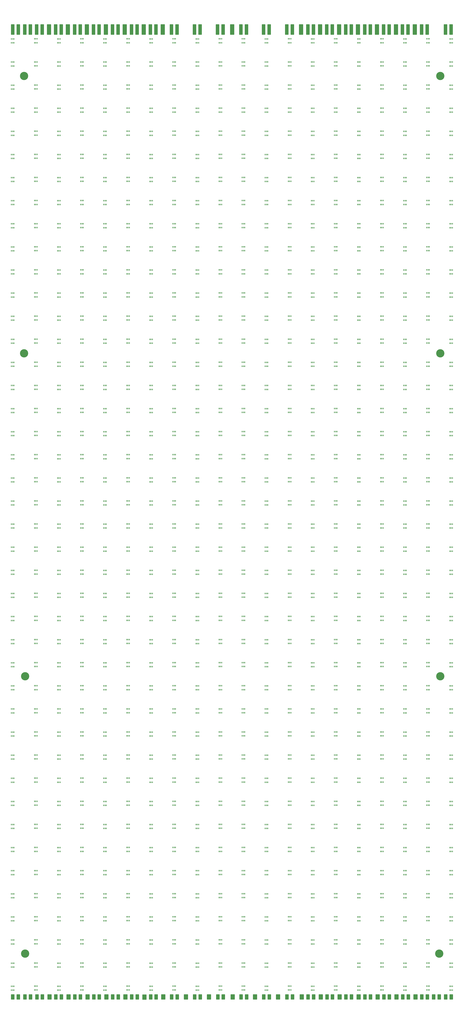
<source format=gtp>
G04 #@! TF.GenerationSoftware,KiCad,Pcbnew,7.0.6*
G04 #@! TF.CreationDate,2024-11-03T17:15:59-05:00*
G04 #@! TF.ProjectId,Center_Flex_V1,43656e74-6572-45f4-966c-65785f56312e,rev?*
G04 #@! TF.SameCoordinates,Original*
G04 #@! TF.FileFunction,Paste,Top*
G04 #@! TF.FilePolarity,Positive*
%FSLAX46Y46*%
G04 Gerber Fmt 4.6, Leading zero omitted, Abs format (unit mm)*
G04 Created by KiCad (PCBNEW 7.0.6) date 2024-11-03 17:15:59*
%MOMM*%
%LPD*%
G01*
G04 APERTURE LIST*
G04 Aperture macros list*
%AMRoundRect*
0 Rectangle with rounded corners*
0 $1 Rounding radius*
0 $2 $3 $4 $5 $6 $7 $8 $9 X,Y pos of 4 corners*
0 Add a 4 corners polygon primitive as box body*
4,1,4,$2,$3,$4,$5,$6,$7,$8,$9,$2,$3,0*
0 Add four circle primitives for the rounded corners*
1,1,$1+$1,$2,$3*
1,1,$1+$1,$4,$5*
1,1,$1+$1,$6,$7*
1,1,$1+$1,$8,$9*
0 Add four rect primitives between the rounded corners*
20,1,$1+$1,$2,$3,$4,$5,0*
20,1,$1+$1,$4,$5,$6,$7,0*
20,1,$1+$1,$6,$7,$8,$9,0*
20,1,$1+$1,$8,$9,$2,$3,0*%
G04 Aperture macros list end*
%ADD10RoundRect,0.085000X-0.765000X-1.165000X0.765000X-1.165000X0.765000X1.165000X-0.765000X1.165000X0*%
%ADD11RoundRect,0.100000X-0.900000X-1.150000X0.900000X-1.150000X0.900000X1.150000X-0.900000X1.150000X0*%
%ADD12RoundRect,0.100000X0.900000X1.150000X-0.900000X1.150000X-0.900000X-1.150000X0.900000X-1.150000X0*%
%ADD13RoundRect,0.085000X-0.765000X-2.415000X0.765000X-2.415000X0.765000X2.415000X-0.765000X2.415000X0*%
%ADD14RoundRect,0.016000X0.144000X-0.334000X0.144000X0.334000X-0.144000X0.334000X-0.144000X-0.334000X0*%
%ADD15RoundRect,0.016000X-0.144000X0.334000X-0.144000X-0.334000X0.144000X-0.334000X0.144000X0.334000X0*%
%ADD16RoundRect,0.100000X-0.900000X-2.400000X0.900000X-2.400000X0.900000X2.400000X-0.900000X2.400000X0*%
%ADD17C,4.000000*%
G04 APERTURE END LIST*
D10*
X617150000Y-673500000D03*
X617150000Y-673500000D03*
X619850000Y-673500000D03*
X619850000Y-673500000D03*
X611350000Y-673500000D03*
X611350000Y-673500000D03*
X614050000Y-673500000D03*
X614050000Y-673500000D03*
X412950000Y-673500000D03*
X412950000Y-673500000D03*
X415650000Y-673500000D03*
X415650000Y-673500000D03*
X407050000Y-673500000D03*
X407050000Y-673500000D03*
X409750000Y-673500000D03*
X409750000Y-673500000D03*
D11*
X602500000Y-673500000D03*
X602500000Y-673500000D03*
X593300000Y-673500000D03*
X593300000Y-673500000D03*
X574900000Y-673500000D03*
X574900000Y-673500000D03*
X556500000Y-673500000D03*
X556500000Y-673500000D03*
X513800000Y-673500000D03*
X513800000Y-673500000D03*
X470900000Y-673525000D03*
X470900000Y-673525000D03*
X452500000Y-673500000D03*
X452500000Y-673500000D03*
X434100000Y-673500000D03*
X434100000Y-673500000D03*
X584100000Y-673500000D03*
X584100000Y-673500000D03*
X565700000Y-673500000D03*
X565700000Y-673500000D03*
X547300000Y-673490000D03*
X547300000Y-673490000D03*
X480100000Y-673490000D03*
X480100000Y-673490000D03*
X461700000Y-673500000D03*
X461700000Y-673500000D03*
X443300000Y-673500000D03*
X443300000Y-673500000D03*
X424900000Y-673500000D03*
X424900000Y-673500000D03*
D12*
X502300000Y-673485000D03*
X502300000Y-673485000D03*
X491100000Y-673485000D03*
X491100000Y-673485000D03*
X535800000Y-673500000D03*
X535800000Y-673500000D03*
X524600000Y-673500000D03*
X524600000Y-673500000D03*
D10*
X559550000Y-673485000D03*
X559550000Y-673485000D03*
X562250000Y-673485000D03*
X562250000Y-673485000D03*
X550350000Y-673485000D03*
X550350000Y-673485000D03*
X553050000Y-673485000D03*
X553050000Y-673485000D03*
X540150000Y-673485000D03*
X540150000Y-673485000D03*
X542850000Y-673485000D03*
X542850000Y-673485000D03*
X528850000Y-673500000D03*
X528850000Y-673500000D03*
X531550000Y-673500000D03*
X531550000Y-673500000D03*
X517850000Y-673485000D03*
X517850000Y-673485000D03*
X520550000Y-673485000D03*
X520550000Y-673485000D03*
X506550000Y-673485000D03*
X506550000Y-673485000D03*
X509250000Y-673485000D03*
X509250000Y-673485000D03*
X495350000Y-673485000D03*
X495350000Y-673485000D03*
X498050000Y-673485000D03*
X498050000Y-673485000D03*
X484150000Y-673485000D03*
X484150000Y-673485000D03*
X486850000Y-673485000D03*
X486850000Y-673485000D03*
X473950000Y-673485000D03*
X473950000Y-673485000D03*
X476650000Y-673485000D03*
X476650000Y-673485000D03*
X464750000Y-673485000D03*
X464750000Y-673485000D03*
X467450000Y-673485000D03*
X467450000Y-673485000D03*
X455550000Y-673485000D03*
X455550000Y-673485000D03*
X458250000Y-673485000D03*
X458250000Y-673485000D03*
X446350000Y-673485000D03*
X446350000Y-673485000D03*
X449050000Y-673485000D03*
X449050000Y-673485000D03*
X437150000Y-673485000D03*
X437150000Y-673485000D03*
X439850000Y-673485000D03*
X439850000Y-673485000D03*
X427950000Y-673485000D03*
X427950000Y-673485000D03*
X430650000Y-673485000D03*
X430650000Y-673485000D03*
X418750000Y-673485000D03*
X418750000Y-673485000D03*
X421450000Y-673485000D03*
X421450000Y-673485000D03*
X605550000Y-673485000D03*
X605550000Y-673485000D03*
X608250000Y-673485000D03*
X608250000Y-673485000D03*
X596350000Y-673485000D03*
X596350000Y-673485000D03*
X599050000Y-673485000D03*
X599050000Y-673485000D03*
X587150000Y-673485000D03*
X587150000Y-673485000D03*
X589850000Y-673485000D03*
X589850000Y-673485000D03*
X577950000Y-673485000D03*
X577950000Y-673485000D03*
X580650000Y-673485000D03*
X580650000Y-673485000D03*
X568750000Y-673485000D03*
X568750000Y-673485000D03*
X571450000Y-673485000D03*
X571450000Y-673485000D03*
D13*
X617050000Y-204500000D03*
X617050000Y-204500000D03*
X619750000Y-204500000D03*
X619750000Y-204500000D03*
X412850000Y-204500000D03*
X412850000Y-204500000D03*
X415550000Y-204500000D03*
X415550000Y-204500000D03*
X407050000Y-204500000D03*
X407050000Y-204500000D03*
X409750000Y-204500000D03*
X409750000Y-204500000D03*
D14*
X518370000Y-278110000D03*
X519000000Y-278110000D03*
X519630000Y-278110000D03*
X519630000Y-276220000D03*
X519000000Y-276220000D03*
X518370000Y-276220000D03*
D15*
X620430000Y-645890000D03*
X619800000Y-645890000D03*
X619170000Y-645890000D03*
X619170000Y-647780000D03*
X619800000Y-647780000D03*
X620430000Y-647780000D03*
D14*
X563170000Y-513310000D03*
X563800000Y-513310000D03*
X564430000Y-513310000D03*
X564430000Y-511420000D03*
X563800000Y-511420000D03*
X563170000Y-511420000D03*
D15*
X575630000Y-298690000D03*
X575000000Y-298690000D03*
X574370000Y-298690000D03*
X574370000Y-300580000D03*
X575000000Y-300580000D03*
X575630000Y-300580000D03*
X407630000Y-634690000D03*
X407000000Y-634690000D03*
X406370000Y-634690000D03*
X406370000Y-636580000D03*
X407000000Y-636580000D03*
X407630000Y-636580000D03*
D14*
X607970000Y-345310000D03*
X608600000Y-345310000D03*
X609230000Y-345310000D03*
X609230000Y-343420000D03*
X608600000Y-343420000D03*
X607970000Y-343420000D03*
D15*
X530830000Y-556290000D03*
X530200000Y-556290000D03*
X529570000Y-556290000D03*
X529570000Y-558180000D03*
X530200000Y-558180000D03*
X530830000Y-558180000D03*
D14*
X484770000Y-569310000D03*
X485400000Y-569310000D03*
X486030000Y-569310000D03*
X486030000Y-567420000D03*
X485400000Y-567420000D03*
X484770000Y-567420000D03*
D15*
X497230000Y-410690000D03*
X496600000Y-410690000D03*
X495970000Y-410690000D03*
X495970000Y-412580000D03*
X496600000Y-412580000D03*
X497230000Y-412580000D03*
X407630000Y-601090000D03*
X407000000Y-601090000D03*
X406370000Y-601090000D03*
X406370000Y-602980000D03*
X407000000Y-602980000D03*
X407630000Y-602980000D03*
X620430000Y-489090000D03*
X619800000Y-489090000D03*
X619170000Y-489090000D03*
X619170000Y-490980000D03*
X619800000Y-490980000D03*
X620430000Y-490980000D03*
X553230000Y-489089999D03*
X552600000Y-489089999D03*
X551970000Y-489089999D03*
X551970000Y-490979999D03*
X552600000Y-490979999D03*
X553230000Y-490979999D03*
X575630000Y-388290001D03*
X575000000Y-388290001D03*
X574370000Y-388290001D03*
X574370000Y-390180001D03*
X575000000Y-390180001D03*
X575630000Y-390180001D03*
D14*
X484770000Y-670110000D03*
X485400000Y-670110000D03*
X486030000Y-670110000D03*
X486030000Y-668220000D03*
X485400000Y-668220000D03*
X484770000Y-668220000D03*
X484770000Y-278110000D03*
X485400000Y-278110000D03*
X486030000Y-278110000D03*
X486030000Y-276220000D03*
X485400000Y-276220000D03*
X484770000Y-276220000D03*
X507170000Y-401310000D03*
X507800000Y-401310000D03*
X508430000Y-401310000D03*
X508430000Y-399420000D03*
X507800000Y-399420000D03*
X507170000Y-399420000D03*
X540770000Y-602910000D03*
X541400000Y-602910000D03*
X542030000Y-602910000D03*
X542030000Y-601020000D03*
X541400000Y-601020000D03*
X540770000Y-601020000D03*
X484770000Y-647710000D03*
X485400000Y-647710000D03*
X486030000Y-647710000D03*
X486030000Y-645820000D03*
X485400000Y-645820000D03*
X484770000Y-645820000D03*
X585570000Y-625310000D03*
X586200000Y-625310000D03*
X586830000Y-625310000D03*
X586830000Y-623420000D03*
X586200000Y-623420000D03*
X585570000Y-623420000D03*
X462370000Y-513310000D03*
X463000000Y-513310000D03*
X463630000Y-513310000D03*
X463630000Y-511420000D03*
X463000000Y-511420000D03*
X462370000Y-511420000D03*
X607970000Y-356510000D03*
X608600000Y-356510000D03*
X609230000Y-356510000D03*
X609230000Y-354620000D03*
X608600000Y-354620000D03*
X607970000Y-354620000D03*
X563170000Y-502109999D03*
X563800000Y-502109999D03*
X564430000Y-502109999D03*
X564430000Y-500219999D03*
X563800000Y-500219999D03*
X563170000Y-500219999D03*
X507170000Y-535710000D03*
X507800000Y-535710000D03*
X508430000Y-535710000D03*
X508430000Y-533820000D03*
X507800000Y-533820000D03*
X507170000Y-533820000D03*
X585570000Y-345310000D03*
X586200000Y-345310000D03*
X586830000Y-345310000D03*
X586830000Y-343420000D03*
X586200000Y-343420000D03*
X585570000Y-343420000D03*
D15*
X598030000Y-410690000D03*
X597400000Y-410690000D03*
X596770000Y-410690000D03*
X596770000Y-412580000D03*
X597400000Y-412580000D03*
X598030000Y-412580000D03*
X530830000Y-589890000D03*
X530200000Y-589890000D03*
X529570000Y-589890000D03*
X529570000Y-591780000D03*
X530200000Y-591780000D03*
X530830000Y-591780000D03*
D14*
X540770000Y-513310000D03*
X541400000Y-513310000D03*
X542030000Y-513310000D03*
X542030000Y-511420000D03*
X541400000Y-511420000D03*
X540770000Y-511420000D03*
D15*
X407630000Y-589890001D03*
X407000000Y-589890001D03*
X406370000Y-589890001D03*
X406370000Y-591780001D03*
X407000000Y-591780001D03*
X407630000Y-591780001D03*
D14*
X563170000Y-602910000D03*
X563800000Y-602910000D03*
X564430000Y-602910000D03*
X564430000Y-601020000D03*
X563800000Y-601020000D03*
X563170000Y-601020000D03*
X439970000Y-658910000D03*
X440600000Y-658910000D03*
X441230000Y-658910000D03*
X441230000Y-657020000D03*
X440600000Y-657020000D03*
X439970000Y-657020000D03*
D16*
X556200000Y-204500000D03*
X556200000Y-204500000D03*
D15*
X553230000Y-522690000D03*
X552600000Y-522690000D03*
X551970000Y-522690000D03*
X551970000Y-524580000D03*
X552600000Y-524580000D03*
X553230000Y-524580000D03*
D14*
X484770000Y-513310000D03*
X485400000Y-513310000D03*
X486030000Y-513310000D03*
X486030000Y-511420000D03*
X485400000Y-511420000D03*
X484770000Y-511420000D03*
D15*
X598030000Y-209090000D03*
X597400000Y-209090000D03*
X596770000Y-209090000D03*
X596770000Y-210980000D03*
X597400000Y-210980000D03*
X598030000Y-210980000D03*
D17*
X614500000Y-227000000D03*
D15*
X497230000Y-444290000D03*
X496600000Y-444290000D03*
X495970000Y-444290000D03*
X495970000Y-446180000D03*
X496600000Y-446180000D03*
X497230000Y-446180000D03*
D14*
X540770000Y-233310000D03*
X541400000Y-233310000D03*
X542030000Y-233310000D03*
X542030000Y-231420000D03*
X541400000Y-231420000D03*
X540770000Y-231420000D03*
D15*
X598030000Y-578690000D03*
X597400000Y-578690000D03*
X596770000Y-578690000D03*
X596770000Y-580580000D03*
X597400000Y-580580000D03*
X598030000Y-580580000D03*
D14*
X507170000Y-210910000D03*
X507800000Y-210910000D03*
X508430000Y-210910000D03*
X508430000Y-209020000D03*
X507800000Y-209020000D03*
X507170000Y-209020000D03*
X563170000Y-311710000D03*
X563800000Y-311710000D03*
X564430000Y-311710000D03*
X564430000Y-309820000D03*
X563800000Y-309820000D03*
X563170000Y-309820000D03*
X585570000Y-614110000D03*
X586200000Y-614110000D03*
X586830000Y-614110000D03*
X586830000Y-612220000D03*
X586200000Y-612220000D03*
X585570000Y-612220000D03*
D16*
X547000000Y-204515000D03*
X547000000Y-204515000D03*
D14*
X585570000Y-289310000D03*
X586200000Y-289310000D03*
X586830000Y-289310000D03*
X586830000Y-287420000D03*
X586200000Y-287420000D03*
X585570000Y-287420000D03*
D15*
X575630000Y-433090000D03*
X575000000Y-433090000D03*
X574370000Y-433090000D03*
X574370000Y-434980000D03*
X575000000Y-434980000D03*
X575630000Y-434980000D03*
X620430000Y-466690000D03*
X619800000Y-466690000D03*
X619170000Y-466690000D03*
X619170000Y-468580000D03*
X619800000Y-468580000D03*
X620430000Y-468580000D03*
D14*
X607970000Y-502110000D03*
X608600000Y-502110000D03*
X609230000Y-502110000D03*
X609230000Y-500220000D03*
X608600000Y-500220000D03*
X607970000Y-500220000D03*
D15*
X620430000Y-276290000D03*
X619800000Y-276290000D03*
X619170000Y-276290000D03*
X619170000Y-278180000D03*
X619800000Y-278180000D03*
X620430000Y-278180000D03*
X575630000Y-321090001D03*
X575000000Y-321090001D03*
X574370000Y-321090001D03*
X574370000Y-322980001D03*
X575000000Y-322980001D03*
X575630000Y-322980001D03*
X530830000Y-309890000D03*
X530200000Y-309890000D03*
X529570000Y-309890000D03*
X529570000Y-311780000D03*
X530200000Y-311780000D03*
X530830000Y-311780000D03*
D14*
X563170000Y-614110000D03*
X563800000Y-614110000D03*
X564430000Y-614110000D03*
X564430000Y-612220000D03*
X563800000Y-612220000D03*
X563170000Y-612220000D03*
D15*
X553230000Y-220289999D03*
X552600000Y-220289999D03*
X551970000Y-220289999D03*
X551970000Y-222179999D03*
X552600000Y-222179999D03*
X553230000Y-222179999D03*
D17*
X614500000Y-518000000D03*
D14*
X518370000Y-378910000D03*
X519000000Y-378910000D03*
X519630000Y-378910000D03*
X519630000Y-377020000D03*
X519000000Y-377020000D03*
X518370000Y-377020000D03*
X540770000Y-490909999D03*
X541400000Y-490909999D03*
X542030000Y-490909999D03*
X542030000Y-489019999D03*
X541400000Y-489019999D03*
X540770000Y-489019999D03*
D15*
X530830000Y-623490000D03*
X530200000Y-623490000D03*
X529570000Y-623490000D03*
X529570000Y-625380000D03*
X530200000Y-625380000D03*
X530830000Y-625380000D03*
D14*
X462370000Y-625310000D03*
X463000000Y-625310000D03*
X463630000Y-625310000D03*
X463630000Y-623420000D03*
X463000000Y-623420000D03*
X462370000Y-623420000D03*
D15*
X430030000Y-220290000D03*
X429400000Y-220290000D03*
X428770000Y-220290000D03*
X428770000Y-222180000D03*
X429400000Y-222180000D03*
X430030000Y-222180000D03*
D14*
X540770000Y-289310000D03*
X541400000Y-289310000D03*
X542030000Y-289310000D03*
X542030000Y-287420000D03*
X541400000Y-287420000D03*
X540770000Y-287420000D03*
X484770000Y-322910000D03*
X485400000Y-322910000D03*
X486030000Y-322910000D03*
X486030000Y-321020000D03*
X485400000Y-321020000D03*
X484770000Y-321020000D03*
D15*
X553230000Y-253890000D03*
X552600000Y-253890000D03*
X551970000Y-253890000D03*
X551970000Y-255780000D03*
X552600000Y-255780000D03*
X553230000Y-255780000D03*
D14*
X417570000Y-378910001D03*
X418200000Y-378910001D03*
X418830000Y-378910001D03*
X418830000Y-377020001D03*
X418200000Y-377020001D03*
X417570000Y-377020001D03*
X507170000Y-289309999D03*
X507800000Y-289309999D03*
X508430000Y-289309999D03*
X508430000Y-287419999D03*
X507800000Y-287419999D03*
X507170000Y-287419999D03*
D15*
X474830000Y-242690000D03*
X474200000Y-242690000D03*
X473570000Y-242690000D03*
X473570000Y-244580000D03*
X474200000Y-244580000D03*
X474830000Y-244580000D03*
D14*
X417570000Y-658910001D03*
X418200000Y-658910001D03*
X418830000Y-658910001D03*
X418830000Y-657020001D03*
X418200000Y-657020001D03*
X417570000Y-657020001D03*
D15*
X497230000Y-321090000D03*
X496600000Y-321090000D03*
X495970000Y-321090000D03*
X495970000Y-322980000D03*
X496600000Y-322980000D03*
X497230000Y-322980000D03*
X598030000Y-533890000D03*
X597400000Y-533890000D03*
X596770000Y-533890000D03*
X596770000Y-535780000D03*
X597400000Y-535780000D03*
X598030000Y-535780000D03*
X553230000Y-589890000D03*
X552600000Y-589890000D03*
X551970000Y-589890000D03*
X551970000Y-591780000D03*
X552600000Y-591780000D03*
X553230000Y-591780000D03*
X598030000Y-623490000D03*
X597400000Y-623490000D03*
X596770000Y-623490000D03*
X596770000Y-625380000D03*
X597400000Y-625380000D03*
X598030000Y-625380000D03*
D14*
X518370000Y-390110000D03*
X519000000Y-390110000D03*
X519630000Y-390110000D03*
X519630000Y-388220000D03*
X519000000Y-388220000D03*
X518370000Y-388220000D03*
D15*
X497230000Y-567489999D03*
X496600000Y-567489999D03*
X495970000Y-567489999D03*
X495970000Y-569379999D03*
X496600000Y-569379999D03*
X497230000Y-569379999D03*
D14*
X439970000Y-636510000D03*
X440600000Y-636510000D03*
X441230000Y-636510000D03*
X441230000Y-634620000D03*
X440600000Y-634620000D03*
X439970000Y-634620000D03*
X484770000Y-490909999D03*
X485400000Y-490909999D03*
X486030000Y-490909999D03*
X486030000Y-489019999D03*
X485400000Y-489019999D03*
X484770000Y-489019999D03*
X607970000Y-266910000D03*
X608600000Y-266910000D03*
X609230000Y-266910000D03*
X609230000Y-265020000D03*
X608600000Y-265020000D03*
X607970000Y-265020000D03*
D15*
X452430000Y-444290000D03*
X451800000Y-444290000D03*
X451170000Y-444290000D03*
X451170000Y-446180000D03*
X451800000Y-446180000D03*
X452430000Y-446180000D03*
D14*
X563170000Y-670110000D03*
X563800000Y-670110000D03*
X564430000Y-670110000D03*
X564430000Y-668220000D03*
X563800000Y-668220000D03*
X563170000Y-668220000D03*
X462370000Y-222110000D03*
X463000000Y-222110000D03*
X463630000Y-222110000D03*
X463630000Y-220220000D03*
X463000000Y-220220000D03*
X462370000Y-220220000D03*
X540770000Y-345310000D03*
X541400000Y-345310000D03*
X542030000Y-345310000D03*
X542030000Y-343420000D03*
X541400000Y-343420000D03*
X540770000Y-343420000D03*
X585570000Y-322910001D03*
X586200000Y-322910001D03*
X586830000Y-322910001D03*
X586830000Y-321020001D03*
X586200000Y-321020001D03*
X585570000Y-321020001D03*
D15*
X575630000Y-410690000D03*
X575000000Y-410690000D03*
X574370000Y-410690000D03*
X574370000Y-412580000D03*
X575000000Y-412580000D03*
X575630000Y-412580000D03*
D14*
X585570000Y-591710000D03*
X586200000Y-591710000D03*
X586830000Y-591710000D03*
X586830000Y-589820000D03*
X586200000Y-589820000D03*
X585570000Y-589820000D03*
D15*
X430030000Y-242690000D03*
X429400000Y-242690000D03*
X428770000Y-242690000D03*
X428770000Y-244580000D03*
X429400000Y-244580000D03*
X430030000Y-244580000D03*
D14*
X563170000Y-625309999D03*
X563800000Y-625309999D03*
X564430000Y-625309999D03*
X564430000Y-623419999D03*
X563800000Y-623419999D03*
X563170000Y-623419999D03*
X507170000Y-367709999D03*
X507800000Y-367709999D03*
X508430000Y-367709999D03*
X508430000Y-365819999D03*
X507800000Y-365819999D03*
X507170000Y-365819999D03*
D15*
X530830000Y-634690000D03*
X530200000Y-634690000D03*
X529570000Y-634690000D03*
X529570000Y-636580000D03*
X530200000Y-636580000D03*
X530830000Y-636580000D03*
D14*
X585570000Y-569310000D03*
X586200000Y-569310000D03*
X586830000Y-569310000D03*
X586830000Y-567420000D03*
X586200000Y-567420000D03*
X585570000Y-567420000D03*
X540770000Y-278110000D03*
X541400000Y-278110000D03*
X542030000Y-278110000D03*
X542030000Y-276220000D03*
X541400000Y-276220000D03*
X540770000Y-276220000D03*
X484770000Y-244510000D03*
X485400000Y-244510000D03*
X486030000Y-244510000D03*
X486030000Y-242620000D03*
X485400000Y-242620000D03*
X484770000Y-242620000D03*
D15*
X553230000Y-500289999D03*
X552600000Y-500289999D03*
X551970000Y-500289999D03*
X551970000Y-502179999D03*
X552600000Y-502179999D03*
X553230000Y-502179999D03*
D14*
X563170000Y-210910000D03*
X563800000Y-210910000D03*
X564430000Y-210910000D03*
X564430000Y-209020000D03*
X563800000Y-209020000D03*
X563170000Y-209020000D03*
X607970000Y-210910000D03*
X608600000Y-210910000D03*
X609230000Y-210910000D03*
X609230000Y-209020000D03*
X608600000Y-209020000D03*
X607970000Y-209020000D03*
X507170000Y-636509999D03*
X507800000Y-636509999D03*
X508430000Y-636509999D03*
X508430000Y-634619999D03*
X507800000Y-634619999D03*
X507170000Y-634619999D03*
D15*
X497230000Y-343490000D03*
X496600000Y-343490000D03*
X495970000Y-343490000D03*
X495970000Y-345380000D03*
X496600000Y-345380000D03*
X497230000Y-345380000D03*
X530830000Y-365890000D03*
X530200000Y-365890000D03*
X529570000Y-365890000D03*
X529570000Y-367780000D03*
X530200000Y-367780000D03*
X530830000Y-367780000D03*
D14*
X484770000Y-502110000D03*
X485400000Y-502110000D03*
X486030000Y-502110000D03*
X486030000Y-500220000D03*
X485400000Y-500220000D03*
X484770000Y-500220000D03*
X563170000Y-434909999D03*
X563800000Y-434909999D03*
X564430000Y-434909999D03*
X564430000Y-433019999D03*
X563800000Y-433019999D03*
X563170000Y-433019999D03*
X518370000Y-569310000D03*
X519000000Y-569310000D03*
X519630000Y-569310000D03*
X519630000Y-567420000D03*
X519000000Y-567420000D03*
X518370000Y-567420000D03*
D15*
X497230000Y-511490000D03*
X496600000Y-511490000D03*
X495970000Y-511490000D03*
X495970000Y-513380000D03*
X496600000Y-513380000D03*
X497230000Y-513380000D03*
X474830000Y-399490000D03*
X474200000Y-399490000D03*
X473570000Y-399490000D03*
X473570000Y-401380000D03*
X474200000Y-401380000D03*
X474830000Y-401380000D03*
X430030000Y-578690000D03*
X429400000Y-578690000D03*
X428770000Y-578690000D03*
X428770000Y-580580000D03*
X429400000Y-580580000D03*
X430030000Y-580580000D03*
X620430000Y-388290000D03*
X619800000Y-388290000D03*
X619170000Y-388290000D03*
X619170000Y-390180000D03*
X619800000Y-390180000D03*
X620430000Y-390180000D03*
D14*
X507170000Y-423709999D03*
X507800000Y-423709999D03*
X508430000Y-423709999D03*
X508430000Y-421819999D03*
X507800000Y-421819999D03*
X507170000Y-421819999D03*
D15*
X620430000Y-253890000D03*
X619800000Y-253890000D03*
X619170000Y-253890000D03*
X619170000Y-255780000D03*
X619800000Y-255780000D03*
X620430000Y-255780000D03*
D14*
X563170000Y-278110000D03*
X563800000Y-278110000D03*
X564430000Y-278110000D03*
X564430000Y-276220000D03*
X563800000Y-276220000D03*
X563170000Y-276220000D03*
D15*
X474830000Y-533890000D03*
X474200000Y-533890000D03*
X473570000Y-533890000D03*
X473570000Y-535780000D03*
X474200000Y-535780000D03*
X474830000Y-535780000D03*
X474830000Y-511490000D03*
X474200000Y-511490000D03*
X473570000Y-511490000D03*
X473570000Y-513380000D03*
X474200000Y-513380000D03*
X474830000Y-513380000D03*
D14*
X607970000Y-546910000D03*
X608600000Y-546910000D03*
X609230000Y-546910000D03*
X609230000Y-545020000D03*
X608600000Y-545020000D03*
X607970000Y-545020000D03*
X585570000Y-233310000D03*
X586200000Y-233310000D03*
X586830000Y-233310000D03*
X586830000Y-231420000D03*
X586200000Y-231420000D03*
X585570000Y-231420000D03*
X585570000Y-244510001D03*
X586200000Y-244510001D03*
X586830000Y-244510001D03*
X586830000Y-242620001D03*
X586200000Y-242620001D03*
X585570000Y-242620001D03*
X417570000Y-591710001D03*
X418200000Y-591710001D03*
X418830000Y-591710001D03*
X418830000Y-589820001D03*
X418200000Y-589820001D03*
X417570000Y-589820001D03*
X484770000Y-311710000D03*
X485400000Y-311710000D03*
X486030000Y-311710000D03*
X486030000Y-309820000D03*
X485400000Y-309820000D03*
X484770000Y-309820000D03*
D15*
X452430000Y-601090000D03*
X451800000Y-601090000D03*
X451170000Y-601090000D03*
X451170000Y-602980000D03*
X451800000Y-602980000D03*
X452430000Y-602980000D03*
D14*
X540770000Y-591710000D03*
X541400000Y-591710000D03*
X542030000Y-591710000D03*
X542030000Y-589820000D03*
X541400000Y-589820000D03*
X540770000Y-589820000D03*
X518370000Y-367710000D03*
X519000000Y-367710000D03*
X519630000Y-367710000D03*
X519630000Y-365820000D03*
X519000000Y-365820000D03*
X518370000Y-365820000D03*
X462370000Y-322910000D03*
X463000000Y-322910000D03*
X463630000Y-322910000D03*
X463630000Y-321020000D03*
X463000000Y-321020000D03*
X462370000Y-321020000D03*
D15*
X553230000Y-444290000D03*
X552600000Y-444290000D03*
X551970000Y-444290000D03*
X551970000Y-446180000D03*
X552600000Y-446180000D03*
X553230000Y-446180000D03*
D14*
X507170000Y-457310000D03*
X507800000Y-457310000D03*
X508430000Y-457310000D03*
X508430000Y-455420000D03*
X507800000Y-455420000D03*
X507170000Y-455420000D03*
D15*
X620430000Y-231490000D03*
X619800000Y-231490000D03*
X619170000Y-231490000D03*
X619170000Y-233380000D03*
X619800000Y-233380000D03*
X620430000Y-233380000D03*
X530830000Y-466690000D03*
X530200000Y-466690000D03*
X529570000Y-466690000D03*
X529570000Y-468580000D03*
X530200000Y-468580000D03*
X530830000Y-468580000D03*
X430030000Y-321090001D03*
X429400000Y-321090001D03*
X428770000Y-321090001D03*
X428770000Y-322980001D03*
X429400000Y-322980001D03*
X430030000Y-322980001D03*
D14*
X484770000Y-658910000D03*
X485400000Y-658910000D03*
X486030000Y-658910000D03*
X486030000Y-657020000D03*
X485400000Y-657020000D03*
X484770000Y-657020000D03*
D15*
X430030000Y-455490001D03*
X429400000Y-455490001D03*
X428770000Y-455490001D03*
X428770000Y-457380001D03*
X429400000Y-457380001D03*
X430030000Y-457380001D03*
X430030000Y-522690001D03*
X429400000Y-522690001D03*
X428770000Y-522690001D03*
X428770000Y-524580001D03*
X429400000Y-524580001D03*
X430030000Y-524580001D03*
D14*
X585570000Y-490910000D03*
X586200000Y-490910000D03*
X586830000Y-490910000D03*
X586830000Y-489020000D03*
X586200000Y-489020000D03*
X585570000Y-489020000D03*
X462370000Y-334110000D03*
X463000000Y-334110000D03*
X463630000Y-334110000D03*
X463630000Y-332220000D03*
X463000000Y-332220000D03*
X462370000Y-332220000D03*
D15*
X407630000Y-668290000D03*
X407000000Y-668290000D03*
X406370000Y-668290000D03*
X406370000Y-670180000D03*
X407000000Y-670180000D03*
X407630000Y-670180000D03*
D14*
X540770000Y-457310000D03*
X541400000Y-457310000D03*
X542030000Y-457310000D03*
X542030000Y-455420000D03*
X541400000Y-455420000D03*
X540770000Y-455420000D03*
D15*
X553230000Y-612290000D03*
X552600000Y-612290000D03*
X551970000Y-612290000D03*
X551970000Y-614180000D03*
X552600000Y-614180000D03*
X553230000Y-614180000D03*
X553230000Y-377090000D03*
X552600000Y-377090000D03*
X551970000Y-377090000D03*
X551970000Y-378980000D03*
X552600000Y-378980000D03*
X553230000Y-378980000D03*
X598030000Y-500290000D03*
X597400000Y-500290000D03*
X596770000Y-500290000D03*
X596770000Y-502180000D03*
X597400000Y-502180000D03*
X598030000Y-502180000D03*
X430030000Y-489090000D03*
X429400000Y-489090000D03*
X428770000Y-489090000D03*
X428770000Y-490980000D03*
X429400000Y-490980000D03*
X430030000Y-490980000D03*
X620430000Y-545090000D03*
X619800000Y-545090000D03*
X619170000Y-545090000D03*
X619170000Y-546980000D03*
X619800000Y-546980000D03*
X620430000Y-546980000D03*
X407630000Y-209090000D03*
X407000000Y-209090000D03*
X406370000Y-209090000D03*
X406370000Y-210980000D03*
X407000000Y-210980000D03*
X407630000Y-210980000D03*
D14*
X417570000Y-546910000D03*
X418200000Y-546910000D03*
X418830000Y-546910000D03*
X418830000Y-545020000D03*
X418200000Y-545020000D03*
X417570000Y-545020000D03*
X518370000Y-502110000D03*
X519000000Y-502110000D03*
X519630000Y-502110000D03*
X519630000Y-500220000D03*
X519000000Y-500220000D03*
X518370000Y-500220000D03*
X507170000Y-468510000D03*
X507800000Y-468510000D03*
X508430000Y-468510000D03*
X508430000Y-466620000D03*
X507800000Y-466620000D03*
X507170000Y-466620000D03*
X507170000Y-356509999D03*
X507800000Y-356509999D03*
X508430000Y-356509999D03*
X508430000Y-354619999D03*
X507800000Y-354619999D03*
X507170000Y-354619999D03*
X518370000Y-434910000D03*
X519000000Y-434910000D03*
X519630000Y-434910000D03*
X519630000Y-433020000D03*
X519000000Y-433020000D03*
X518370000Y-433020000D03*
D15*
X620430000Y-399490000D03*
X619800000Y-399490000D03*
X619170000Y-399490000D03*
X619170000Y-401380000D03*
X619800000Y-401380000D03*
X620430000Y-401380000D03*
D14*
X484770000Y-401310000D03*
X485400000Y-401310000D03*
X486030000Y-401310000D03*
X486030000Y-399420000D03*
X485400000Y-399420000D03*
X484770000Y-399420000D03*
D15*
X553230000Y-231489999D03*
X552600000Y-231489999D03*
X551970000Y-231489999D03*
X551970000Y-233379999D03*
X552600000Y-233379999D03*
X553230000Y-233379999D03*
D14*
X607970000Y-558110000D03*
X608600000Y-558110000D03*
X609230000Y-558110000D03*
X609230000Y-556220000D03*
X608600000Y-556220000D03*
X607970000Y-556220000D03*
X607970000Y-457310000D03*
X608600000Y-457310000D03*
X609230000Y-457310000D03*
X609230000Y-455420000D03*
X608600000Y-455420000D03*
X607970000Y-455420000D03*
D16*
X424600000Y-204500000D03*
X424600000Y-204500000D03*
D14*
X540770000Y-222109999D03*
X541400000Y-222109999D03*
X542030000Y-222109999D03*
X542030000Y-220219999D03*
X541400000Y-220219999D03*
X540770000Y-220219999D03*
X507170000Y-558109999D03*
X507800000Y-558109999D03*
X508430000Y-558109999D03*
X508430000Y-556219999D03*
X507800000Y-556219999D03*
X507170000Y-556219999D03*
X518370000Y-647710000D03*
X519000000Y-647710000D03*
X519630000Y-647710000D03*
X519630000Y-645820000D03*
X519000000Y-645820000D03*
X518370000Y-645820000D03*
D15*
X575630000Y-231490000D03*
X575000000Y-231490000D03*
X574370000Y-231490000D03*
X574370000Y-233380000D03*
X575000000Y-233380000D03*
X575630000Y-233380000D03*
D14*
X540770000Y-658910000D03*
X541400000Y-658910000D03*
X542030000Y-658910000D03*
X542030000Y-657020000D03*
X541400000Y-657020000D03*
X540770000Y-657020000D03*
X563170000Y-490909999D03*
X563800000Y-490909999D03*
X564430000Y-490909999D03*
X564430000Y-489019999D03*
X563800000Y-489019999D03*
X563170000Y-489019999D03*
D15*
X407630000Y-545090000D03*
X407000000Y-545090000D03*
X406370000Y-545090000D03*
X406370000Y-546980000D03*
X407000000Y-546980000D03*
X407630000Y-546980000D03*
X497230000Y-545090000D03*
X496600000Y-545090000D03*
X495970000Y-545090000D03*
X495970000Y-546980000D03*
X496600000Y-546980000D03*
X497230000Y-546980000D03*
D14*
X484770000Y-255710000D03*
X485400000Y-255710000D03*
X486030000Y-255710000D03*
X486030000Y-253820000D03*
X485400000Y-253820000D03*
X484770000Y-253820000D03*
X585570000Y-457310000D03*
X586200000Y-457310000D03*
X586830000Y-457310000D03*
X586830000Y-455420000D03*
X586200000Y-455420000D03*
X585570000Y-455420000D03*
X607970000Y-658910000D03*
X608600000Y-658910000D03*
X609230000Y-658910000D03*
X609230000Y-657020000D03*
X608600000Y-657020000D03*
X607970000Y-657020000D03*
X439970000Y-266910000D03*
X440600000Y-266910000D03*
X441230000Y-266910000D03*
X441230000Y-265020000D03*
X440600000Y-265020000D03*
X439970000Y-265020000D03*
D15*
X553230000Y-668290000D03*
X552600000Y-668290000D03*
X551970000Y-668290000D03*
X551970000Y-670180000D03*
X552600000Y-670180000D03*
X553230000Y-670180000D03*
D14*
X439970000Y-233310000D03*
X440600000Y-233310000D03*
X441230000Y-233310000D03*
X441230000Y-231420000D03*
X440600000Y-231420000D03*
X439970000Y-231420000D03*
X484770000Y-434910000D03*
X485400000Y-434910000D03*
X486030000Y-434910000D03*
X486030000Y-433020000D03*
X485400000Y-433020000D03*
X484770000Y-433020000D03*
X585570000Y-524510000D03*
X586200000Y-524510000D03*
X586830000Y-524510000D03*
X586830000Y-522620000D03*
X586200000Y-522620000D03*
X585570000Y-522620000D03*
D15*
X407630000Y-265090000D03*
X407000000Y-265090000D03*
X406370000Y-265090000D03*
X406370000Y-266980000D03*
X407000000Y-266980000D03*
X407630000Y-266980000D03*
X620430000Y-444290000D03*
X619800000Y-444290000D03*
X619170000Y-444290000D03*
X619170000Y-446180000D03*
X619800000Y-446180000D03*
X620430000Y-446180000D03*
X620430000Y-533890000D03*
X619800000Y-533890000D03*
X619170000Y-533890000D03*
X619170000Y-535780000D03*
X619800000Y-535780000D03*
X620430000Y-535780000D03*
X497230000Y-589890000D03*
X496600000Y-589890000D03*
X495970000Y-589890000D03*
X495970000Y-591780000D03*
X496600000Y-591780000D03*
X497230000Y-591780000D03*
X474830000Y-645890000D03*
X474200000Y-645890000D03*
X473570000Y-645890000D03*
X473570000Y-647780000D03*
X474200000Y-647780000D03*
X474830000Y-647780000D03*
X575630000Y-634690000D03*
X575000000Y-634690000D03*
X574370000Y-634690000D03*
X574370000Y-636580000D03*
X575000000Y-636580000D03*
X575630000Y-636580000D03*
X452430000Y-332290000D03*
X451800000Y-332290000D03*
X451170000Y-332290000D03*
X451170000Y-334180000D03*
X451800000Y-334180000D03*
X452430000Y-334180000D03*
D14*
X563170000Y-300510000D03*
X563800000Y-300510000D03*
X564430000Y-300510000D03*
X564430000Y-298620000D03*
X563800000Y-298620000D03*
X563170000Y-298620000D03*
D15*
X474830000Y-321090000D03*
X474200000Y-321090000D03*
X473570000Y-321090000D03*
X473570000Y-322980000D03*
X474200000Y-322980000D03*
X474830000Y-322980000D03*
D13*
X568650000Y-204485000D03*
X568650000Y-204485000D03*
X571350000Y-204485000D03*
X571350000Y-204485000D03*
D14*
X607970000Y-311710000D03*
X608600000Y-311710000D03*
X609230000Y-311710000D03*
X609230000Y-309820000D03*
X608600000Y-309820000D03*
X607970000Y-309820000D03*
D15*
X407630000Y-309890001D03*
X407000000Y-309890001D03*
X406370000Y-309890001D03*
X406370000Y-311780001D03*
X407000000Y-311780001D03*
X407630000Y-311780001D03*
D14*
X507170000Y-322910000D03*
X507800000Y-322910000D03*
X508430000Y-322910000D03*
X508430000Y-321020000D03*
X507800000Y-321020000D03*
X507170000Y-321020000D03*
X507170000Y-300509999D03*
X507800000Y-300509999D03*
X508430000Y-300509999D03*
X508430000Y-298619999D03*
X507800000Y-298619999D03*
X507170000Y-298619999D03*
X540770000Y-434910000D03*
X541400000Y-434910000D03*
X542030000Y-434910000D03*
X542030000Y-433020000D03*
X541400000Y-433020000D03*
X540770000Y-433020000D03*
D15*
X430030000Y-287490000D03*
X429400000Y-287490000D03*
X428770000Y-287490000D03*
X428770000Y-289380000D03*
X429400000Y-289380000D03*
X430030000Y-289380000D03*
X553230000Y-242690000D03*
X552600000Y-242690000D03*
X551970000Y-242690000D03*
X551970000Y-244580000D03*
X552600000Y-244580000D03*
X553230000Y-244580000D03*
X598030000Y-421890000D03*
X597400000Y-421890000D03*
X596770000Y-421890000D03*
X596770000Y-423780000D03*
X597400000Y-423780000D03*
X598030000Y-423780000D03*
D14*
X439970000Y-558110000D03*
X440600000Y-558110000D03*
X441230000Y-558110000D03*
X441230000Y-556220000D03*
X440600000Y-556220000D03*
X439970000Y-556220000D03*
X607970000Y-625310000D03*
X608600000Y-625310000D03*
X609230000Y-625310000D03*
X609230000Y-623420000D03*
X608600000Y-623420000D03*
X607970000Y-623420000D03*
X484770000Y-423709999D03*
X485400000Y-423709999D03*
X486030000Y-423709999D03*
X486030000Y-421819999D03*
X485400000Y-421819999D03*
X484770000Y-421819999D03*
X607970000Y-636510000D03*
X608600000Y-636510000D03*
X609230000Y-636510000D03*
X609230000Y-634620000D03*
X608600000Y-634620000D03*
X607970000Y-634620000D03*
X417570000Y-490910000D03*
X418200000Y-490910000D03*
X418830000Y-490910000D03*
X418830000Y-489020000D03*
X418200000Y-489020000D03*
X417570000Y-489020000D03*
X518370000Y-546910000D03*
X519000000Y-546910000D03*
X519630000Y-546910000D03*
X519630000Y-545020000D03*
X519000000Y-545020000D03*
X518370000Y-545020000D03*
X518370000Y-468510000D03*
X519000000Y-468510000D03*
X519630000Y-468510000D03*
X519630000Y-466620000D03*
X519000000Y-466620000D03*
X518370000Y-466620000D03*
D15*
X575630000Y-343490000D03*
X575000000Y-343490000D03*
X574370000Y-343490000D03*
X574370000Y-345380000D03*
X575000000Y-345380000D03*
X575630000Y-345380000D03*
D14*
X540770000Y-614110000D03*
X541400000Y-614110000D03*
X542030000Y-614110000D03*
X542030000Y-612220000D03*
X541400000Y-612220000D03*
X540770000Y-612220000D03*
X563170000Y-558109999D03*
X563800000Y-558109999D03*
X564430000Y-558109999D03*
X564430000Y-556219999D03*
X563800000Y-556219999D03*
X563170000Y-556219999D03*
X462370000Y-233310000D03*
X463000000Y-233310000D03*
X463630000Y-233310000D03*
X463630000Y-231420000D03*
X463000000Y-231420000D03*
X462370000Y-231420000D03*
X484770000Y-457310000D03*
X485400000Y-457310000D03*
X486030000Y-457310000D03*
X486030000Y-455420000D03*
X485400000Y-455420000D03*
X484770000Y-455420000D03*
D15*
X575630000Y-365890000D03*
X575000000Y-365890000D03*
X574370000Y-365890000D03*
X574370000Y-367780000D03*
X575000000Y-367780000D03*
X575630000Y-367780000D03*
D14*
X462370000Y-468510000D03*
X463000000Y-468510000D03*
X463630000Y-468510000D03*
X463630000Y-466620000D03*
X463000000Y-466620000D03*
X462370000Y-466620000D03*
D16*
X443000000Y-204500000D03*
X443000000Y-204500000D03*
D14*
X585570000Y-222110000D03*
X586200000Y-222110000D03*
X586830000Y-222110000D03*
X586830000Y-220220000D03*
X586200000Y-220220000D03*
X585570000Y-220220000D03*
X507170000Y-255710000D03*
X507800000Y-255710000D03*
X508430000Y-255710000D03*
X508430000Y-253820000D03*
X507800000Y-253820000D03*
X507170000Y-253820000D03*
D15*
X598030000Y-388290001D03*
X597400000Y-388290001D03*
X596770000Y-388290001D03*
X596770000Y-390180001D03*
X597400000Y-390180001D03*
X598030000Y-390180001D03*
X474830000Y-231490000D03*
X474200000Y-231490000D03*
X473570000Y-231490000D03*
X473570000Y-233380000D03*
X474200000Y-233380000D03*
X474830000Y-233380000D03*
X598030000Y-433090000D03*
X597400000Y-433090000D03*
X596770000Y-433090000D03*
X596770000Y-434980000D03*
X597400000Y-434980000D03*
X598030000Y-434980000D03*
D16*
X593000000Y-204500000D03*
X593000000Y-204500000D03*
D15*
X553230000Y-433089999D03*
X552600000Y-433089999D03*
X551970000Y-433089999D03*
X551970000Y-434979999D03*
X552600000Y-434979999D03*
X553230000Y-434979999D03*
X553230000Y-287490000D03*
X552600000Y-287490000D03*
X551970000Y-287490000D03*
X551970000Y-289380000D03*
X552600000Y-289380000D03*
X553230000Y-289380000D03*
X575630000Y-332290000D03*
X575000000Y-332290000D03*
X574370000Y-332290000D03*
X574370000Y-334180000D03*
X575000000Y-334180000D03*
X575630000Y-334180000D03*
X530830000Y-276290000D03*
X530200000Y-276290000D03*
X529570000Y-276290000D03*
X529570000Y-278180000D03*
X530200000Y-278180000D03*
X530830000Y-278180000D03*
D14*
X484770000Y-546910000D03*
X485400000Y-546910000D03*
X486030000Y-546910000D03*
X486030000Y-545020000D03*
X485400000Y-545020000D03*
X484770000Y-545020000D03*
D15*
X598030000Y-668290000D03*
X597400000Y-668290000D03*
X596770000Y-668290000D03*
X596770000Y-670180000D03*
X597400000Y-670180000D03*
X598030000Y-670180000D03*
D14*
X563170000Y-636509999D03*
X563800000Y-636509999D03*
X564430000Y-636509999D03*
X564430000Y-634619999D03*
X563800000Y-634619999D03*
X563170000Y-634619999D03*
X417570000Y-524510001D03*
X418200000Y-524510001D03*
X418830000Y-524510001D03*
X418830000Y-522620001D03*
X418200000Y-522620001D03*
X417570000Y-522620001D03*
D15*
X407630000Y-276290000D03*
X407000000Y-276290000D03*
X406370000Y-276290000D03*
X406370000Y-278180000D03*
X407000000Y-278180000D03*
X407630000Y-278180000D03*
X553230000Y-332290000D03*
X552600000Y-332290000D03*
X551970000Y-332290000D03*
X551970000Y-334180000D03*
X552600000Y-334180000D03*
X553230000Y-334180000D03*
X553230000Y-477890000D03*
X552600000Y-477890000D03*
X551970000Y-477890000D03*
X551970000Y-479780000D03*
X552600000Y-479780000D03*
X553230000Y-479780000D03*
X430030000Y-365890000D03*
X429400000Y-365890000D03*
X428770000Y-365890000D03*
X428770000Y-367780000D03*
X429400000Y-367780000D03*
X430030000Y-367780000D03*
D13*
X540050000Y-204485000D03*
X540050000Y-204485000D03*
X542750000Y-204485000D03*
X542750000Y-204485000D03*
D14*
X484770000Y-356509999D03*
X485400000Y-356509999D03*
X486030000Y-356509999D03*
X486030000Y-354619999D03*
X485400000Y-354619999D03*
X484770000Y-354619999D03*
X518370000Y-580510000D03*
X519000000Y-580510000D03*
X519630000Y-580510000D03*
X519630000Y-578620000D03*
X519000000Y-578620000D03*
X518370000Y-578620000D03*
X607970000Y-647710000D03*
X608600000Y-647710000D03*
X609230000Y-647710000D03*
X609230000Y-645820000D03*
X608600000Y-645820000D03*
X607970000Y-645820000D03*
D15*
X575630000Y-399490000D03*
X575000000Y-399490000D03*
X574370000Y-399490000D03*
X574370000Y-401380000D03*
X575000000Y-401380000D03*
X575630000Y-401380000D03*
X497230000Y-489089999D03*
X496600000Y-489089999D03*
X495970000Y-489089999D03*
X495970000Y-490979999D03*
X496600000Y-490979999D03*
X497230000Y-490979999D03*
D14*
X585570000Y-580510000D03*
X586200000Y-580510000D03*
X586830000Y-580510000D03*
X586830000Y-578620000D03*
X586200000Y-578620000D03*
X585570000Y-578620000D03*
D15*
X430030000Y-421890000D03*
X429400000Y-421890000D03*
X428770000Y-421890000D03*
X428770000Y-423780000D03*
X429400000Y-423780000D03*
X430030000Y-423780000D03*
D14*
X563170000Y-412510000D03*
X563800000Y-412510000D03*
X564430000Y-412510000D03*
X564430000Y-410620000D03*
X563800000Y-410620000D03*
X563170000Y-410620000D03*
D15*
X530830000Y-242690000D03*
X530200000Y-242690000D03*
X529570000Y-242690000D03*
X529570000Y-244580000D03*
X530200000Y-244580000D03*
X530830000Y-244580000D03*
X620430000Y-500290000D03*
X619800000Y-500290000D03*
X619170000Y-500290000D03*
X619170000Y-502180000D03*
X619800000Y-502180000D03*
X620430000Y-502180000D03*
X598030000Y-253890001D03*
X597400000Y-253890001D03*
X596770000Y-253890001D03*
X596770000Y-255780001D03*
X597400000Y-255780001D03*
X598030000Y-255780001D03*
D14*
X607970000Y-446110000D03*
X608600000Y-446110000D03*
X609230000Y-446110000D03*
X609230000Y-444220000D03*
X608600000Y-444220000D03*
X607970000Y-444220000D03*
D15*
X530830000Y-545090000D03*
X530200000Y-545090000D03*
X529570000Y-545090000D03*
X529570000Y-546980000D03*
X530200000Y-546980000D03*
X530830000Y-546980000D03*
X474830000Y-477890000D03*
X474200000Y-477890000D03*
X473570000Y-477890000D03*
X473570000Y-479780000D03*
X474200000Y-479780000D03*
X474830000Y-479780000D03*
D14*
X585570000Y-434910000D03*
X586200000Y-434910000D03*
X586830000Y-434910000D03*
X586830000Y-433020000D03*
X586200000Y-433020000D03*
X585570000Y-433020000D03*
X484770000Y-636510000D03*
X485400000Y-636510000D03*
X486030000Y-636510000D03*
X486030000Y-634620000D03*
X485400000Y-634620000D03*
X484770000Y-634620000D03*
X417570000Y-311710001D03*
X418200000Y-311710001D03*
X418830000Y-311710001D03*
X418830000Y-309820001D03*
X418200000Y-309820001D03*
X417570000Y-309820001D03*
D15*
X474830000Y-343490000D03*
X474200000Y-343490000D03*
X473570000Y-343490000D03*
X473570000Y-345380000D03*
X474200000Y-345380000D03*
X474830000Y-345380000D03*
D14*
X484770000Y-300510000D03*
X485400000Y-300510000D03*
X486030000Y-300510000D03*
X486030000Y-298620000D03*
X485400000Y-298620000D03*
X484770000Y-298620000D03*
D15*
X430030000Y-343490000D03*
X429400000Y-343490000D03*
X428770000Y-343490000D03*
X428770000Y-345380000D03*
X429400000Y-345380000D03*
X430030000Y-345380000D03*
D14*
X507170000Y-345310000D03*
X507800000Y-345310000D03*
X508430000Y-345310000D03*
X508430000Y-343420000D03*
X507800000Y-343420000D03*
X507170000Y-343420000D03*
X417570000Y-322910001D03*
X418200000Y-322910001D03*
X418830000Y-322910001D03*
X418830000Y-321020001D03*
X418200000Y-321020001D03*
X417570000Y-321020001D03*
D13*
X473850000Y-204485000D03*
X473850000Y-204485000D03*
X476550000Y-204485000D03*
X476550000Y-204485000D03*
D15*
X452430000Y-578690000D03*
X451800000Y-578690000D03*
X451170000Y-578690000D03*
X451170000Y-580580000D03*
X451800000Y-580580000D03*
X452430000Y-580580000D03*
D14*
X585570000Y-334110000D03*
X586200000Y-334110000D03*
X586830000Y-334110000D03*
X586830000Y-332220000D03*
X586200000Y-332220000D03*
X585570000Y-332220000D03*
X540770000Y-580510000D03*
X541400000Y-580510000D03*
X542030000Y-580510000D03*
X542030000Y-578620000D03*
X541400000Y-578620000D03*
X540770000Y-578620000D03*
X462370000Y-524510000D03*
X463000000Y-524510000D03*
X463630000Y-524510000D03*
X463630000Y-522620000D03*
X463000000Y-522620000D03*
X462370000Y-522620000D03*
X462370000Y-614110000D03*
X463000000Y-614110000D03*
X463630000Y-614110000D03*
X463630000Y-612220000D03*
X463000000Y-612220000D03*
X462370000Y-612220000D03*
X607970000Y-390110000D03*
X608600000Y-390110000D03*
X609230000Y-390110000D03*
X609230000Y-388220000D03*
X608600000Y-388220000D03*
X607970000Y-388220000D03*
D15*
X598030000Y-645890000D03*
X597400000Y-645890000D03*
X596770000Y-645890000D03*
X596770000Y-647780000D03*
X597400000Y-647780000D03*
X598030000Y-647780000D03*
D14*
X484770000Y-222109999D03*
X485400000Y-222109999D03*
X486030000Y-222109999D03*
X486030000Y-220219999D03*
X485400000Y-220219999D03*
X484770000Y-220219999D03*
X507170000Y-502109999D03*
X507800000Y-502109999D03*
X508430000Y-502109999D03*
X508430000Y-500219999D03*
X507800000Y-500219999D03*
X507170000Y-500219999D03*
D15*
X430030000Y-209090000D03*
X429400000Y-209090000D03*
X428770000Y-209090000D03*
X428770000Y-210980000D03*
X429400000Y-210980000D03*
X430030000Y-210980000D03*
X452430000Y-645890000D03*
X451800000Y-645890000D03*
X451170000Y-645890000D03*
X451170000Y-647780000D03*
X451800000Y-647780000D03*
X452430000Y-647780000D03*
X530830000Y-388290000D03*
X530200000Y-388290000D03*
X529570000Y-388290000D03*
X529570000Y-390180000D03*
X530200000Y-390180000D03*
X530830000Y-390180000D03*
X553230000Y-634689999D03*
X552600000Y-634689999D03*
X551970000Y-634689999D03*
X551970000Y-636579999D03*
X552600000Y-636579999D03*
X553230000Y-636579999D03*
X407630000Y-354690000D03*
X407000000Y-354690000D03*
X406370000Y-354690000D03*
X406370000Y-356580000D03*
X407000000Y-356580000D03*
X407630000Y-356580000D03*
D14*
X540770000Y-636510000D03*
X541400000Y-636510000D03*
X542030000Y-636510000D03*
X542030000Y-634620000D03*
X541400000Y-634620000D03*
X540770000Y-634620000D03*
D15*
X598030000Y-511490000D03*
X597400000Y-511490000D03*
X596770000Y-511490000D03*
X596770000Y-513380000D03*
X597400000Y-513380000D03*
X598030000Y-513380000D03*
X430030000Y-668290000D03*
X429400000Y-668290000D03*
X428770000Y-668290000D03*
X428770000Y-670180000D03*
X429400000Y-670180000D03*
X430030000Y-670180000D03*
X407630000Y-410690000D03*
X407000000Y-410690000D03*
X406370000Y-410690000D03*
X406370000Y-412580000D03*
X407000000Y-412580000D03*
X407630000Y-412580000D03*
D17*
X412500000Y-227000000D03*
D14*
X507170000Y-278110000D03*
X507800000Y-278110000D03*
X508430000Y-278110000D03*
X508430000Y-276220000D03*
X507800000Y-276220000D03*
X507170000Y-276220000D03*
D15*
X530830000Y-332290000D03*
X530200000Y-332290000D03*
X529570000Y-332290000D03*
X529570000Y-334180000D03*
X530200000Y-334180000D03*
X530830000Y-334180000D03*
X430030000Y-265090000D03*
X429400000Y-265090000D03*
X428770000Y-265090000D03*
X428770000Y-266980000D03*
X429400000Y-266980000D03*
X430030000Y-266980000D03*
D14*
X563170000Y-423709999D03*
X563800000Y-423709999D03*
X564430000Y-423709999D03*
X564430000Y-421819999D03*
X563800000Y-421819999D03*
X563170000Y-421819999D03*
D15*
X598030000Y-377090000D03*
X597400000Y-377090000D03*
X596770000Y-377090000D03*
X596770000Y-378980000D03*
X597400000Y-378980000D03*
X598030000Y-378980000D03*
X620430000Y-321090000D03*
X619800000Y-321090000D03*
X619170000Y-321090000D03*
X619170000Y-322980000D03*
X619800000Y-322980000D03*
X620430000Y-322980000D03*
D14*
X563170000Y-322910000D03*
X563800000Y-322910000D03*
X564430000Y-322910000D03*
X564430000Y-321020000D03*
X563800000Y-321020000D03*
X563170000Y-321020000D03*
D15*
X497230000Y-668290000D03*
X496600000Y-668290000D03*
X495970000Y-668290000D03*
X495970000Y-670180000D03*
X496600000Y-670180000D03*
X497230000Y-670180000D03*
X430030000Y-500290000D03*
X429400000Y-500290000D03*
X428770000Y-500290000D03*
X428770000Y-502180000D03*
X429400000Y-502180000D03*
X430030000Y-502180000D03*
D14*
X585570000Y-401310000D03*
X586200000Y-401310000D03*
X586830000Y-401310000D03*
X586830000Y-399420000D03*
X586200000Y-399420000D03*
X585570000Y-399420000D03*
X439970000Y-535710000D03*
X440600000Y-535710000D03*
X441230000Y-535710000D03*
X441230000Y-533820000D03*
X440600000Y-533820000D03*
X439970000Y-533820000D03*
D15*
X553230000Y-209090000D03*
X552600000Y-209090000D03*
X551970000Y-209090000D03*
X551970000Y-210980000D03*
X552600000Y-210980000D03*
X553230000Y-210980000D03*
D14*
X563170000Y-244510000D03*
X563800000Y-244510000D03*
X564430000Y-244510000D03*
X564430000Y-242620000D03*
X563800000Y-242620000D03*
X563170000Y-242620000D03*
X462370000Y-356510000D03*
X463000000Y-356510000D03*
X463630000Y-356510000D03*
X463630000Y-354620000D03*
X463000000Y-354620000D03*
X462370000Y-354620000D03*
D15*
X575630000Y-533890000D03*
X575000000Y-533890000D03*
X574370000Y-533890000D03*
X574370000Y-535780000D03*
X575000000Y-535780000D03*
X575630000Y-535780000D03*
X452430000Y-634690000D03*
X451800000Y-634690000D03*
X451170000Y-634690000D03*
X451170000Y-636580000D03*
X451800000Y-636580000D03*
X452430000Y-636580000D03*
D14*
X439970000Y-434910000D03*
X440600000Y-434910000D03*
X441230000Y-434910000D03*
X441230000Y-433020000D03*
X440600000Y-433020000D03*
X439970000Y-433020000D03*
D15*
X575630000Y-421890000D03*
X575000000Y-421890000D03*
X574370000Y-421890000D03*
X574370000Y-423780000D03*
X575000000Y-423780000D03*
X575630000Y-423780000D03*
X407630000Y-567490000D03*
X407000000Y-567490000D03*
X406370000Y-567490000D03*
X406370000Y-569380000D03*
X407000000Y-569380000D03*
X407630000Y-569380000D03*
D14*
X585570000Y-468510000D03*
X586200000Y-468510000D03*
X586830000Y-468510000D03*
X586830000Y-466620000D03*
X586200000Y-466620000D03*
X585570000Y-466620000D03*
X507170000Y-614110000D03*
X507800000Y-614110000D03*
X508430000Y-614110000D03*
X508430000Y-612220000D03*
X507800000Y-612220000D03*
X507170000Y-612220000D03*
D15*
X452430000Y-668290000D03*
X451800000Y-668290000D03*
X451170000Y-668290000D03*
X451170000Y-670180000D03*
X451800000Y-670180000D03*
X452430000Y-670180000D03*
X497230000Y-377090000D03*
X496600000Y-377090000D03*
X495970000Y-377090000D03*
X495970000Y-378980000D03*
X496600000Y-378980000D03*
X497230000Y-378980000D03*
X407630000Y-433090000D03*
X407000000Y-433090000D03*
X406370000Y-433090000D03*
X406370000Y-434980000D03*
X407000000Y-434980000D03*
X407630000Y-434980000D03*
X430030000Y-354690000D03*
X429400000Y-354690000D03*
X428770000Y-354690000D03*
X428770000Y-356580000D03*
X429400000Y-356580000D03*
X430030000Y-356580000D03*
D14*
X540770000Y-401310000D03*
X541400000Y-401310000D03*
X542030000Y-401310000D03*
X542030000Y-399420000D03*
X541400000Y-399420000D03*
X540770000Y-399420000D03*
D15*
X497230000Y-455490000D03*
X496600000Y-455490000D03*
X495970000Y-455490000D03*
X495970000Y-457380000D03*
X496600000Y-457380000D03*
X497230000Y-457380000D03*
X575630000Y-209090000D03*
X575000000Y-209090000D03*
X574370000Y-209090000D03*
X574370000Y-210980000D03*
X575000000Y-210980000D03*
X575630000Y-210980000D03*
D14*
X507170000Y-602910000D03*
X507800000Y-602910000D03*
X508430000Y-602910000D03*
X508430000Y-601020000D03*
X507800000Y-601020000D03*
X507170000Y-601020000D03*
X462370000Y-278110000D03*
X463000000Y-278110000D03*
X463630000Y-278110000D03*
X463630000Y-276220000D03*
X463000000Y-276220000D03*
X462370000Y-276220000D03*
D15*
X497230000Y-466690000D03*
X496600000Y-466690000D03*
X495970000Y-466690000D03*
X495970000Y-468580000D03*
X496600000Y-468580000D03*
X497230000Y-468580000D03*
X452430000Y-231490000D03*
X451800000Y-231490000D03*
X451170000Y-231490000D03*
X451170000Y-233380000D03*
X451800000Y-233380000D03*
X452430000Y-233380000D03*
D14*
X563170000Y-446110000D03*
X563800000Y-446110000D03*
X564430000Y-446110000D03*
X564430000Y-444220000D03*
X563800000Y-444220000D03*
X563170000Y-444220000D03*
D15*
X452430000Y-489090000D03*
X451800000Y-489090000D03*
X451170000Y-489090000D03*
X451170000Y-490980000D03*
X451800000Y-490980000D03*
X452430000Y-490980000D03*
D14*
X439970000Y-625310000D03*
X440600000Y-625310000D03*
X441230000Y-625310000D03*
X441230000Y-623420000D03*
X440600000Y-623420000D03*
X439970000Y-623420000D03*
D15*
X452430000Y-253890000D03*
X451800000Y-253890000D03*
X451170000Y-253890000D03*
X451170000Y-255780000D03*
X451800000Y-255780000D03*
X452430000Y-255780000D03*
D14*
X462370000Y-255710000D03*
X463000000Y-255710000D03*
X463630000Y-255710000D03*
X463630000Y-253820000D03*
X463000000Y-253820000D03*
X462370000Y-253820000D03*
X563170000Y-591710000D03*
X563800000Y-591710000D03*
X564430000Y-591710000D03*
X564430000Y-589820000D03*
X563800000Y-589820000D03*
X563170000Y-589820000D03*
X585570000Y-513310000D03*
X586200000Y-513310000D03*
X586830000Y-513310000D03*
X586830000Y-511420000D03*
X586200000Y-511420000D03*
X585570000Y-511420000D03*
X507170000Y-580510000D03*
X507800000Y-580510000D03*
X508430000Y-580510000D03*
X508430000Y-578620000D03*
X507800000Y-578620000D03*
X507170000Y-578620000D03*
D15*
X407630000Y-343490000D03*
X407000000Y-343490000D03*
X406370000Y-343490000D03*
X406370000Y-345380000D03*
X407000000Y-345380000D03*
X407630000Y-345380000D03*
D14*
X563170000Y-535710000D03*
X563800000Y-535710000D03*
X564430000Y-535710000D03*
X564430000Y-533820000D03*
X563800000Y-533820000D03*
X563170000Y-533820000D03*
D15*
X452430000Y-545090000D03*
X451800000Y-545090000D03*
X451170000Y-545090000D03*
X451170000Y-546980000D03*
X451800000Y-546980000D03*
X452430000Y-546980000D03*
X530830000Y-533890000D03*
X530200000Y-533890000D03*
X529570000Y-533890000D03*
X529570000Y-535780000D03*
X530200000Y-535780000D03*
X530830000Y-535780000D03*
X497230000Y-209090000D03*
X496600000Y-209090000D03*
X495970000Y-209090000D03*
X495970000Y-210980000D03*
X496600000Y-210980000D03*
X497230000Y-210980000D03*
X474830000Y-578690000D03*
X474200000Y-578690000D03*
X473570000Y-578690000D03*
X473570000Y-580580000D03*
X474200000Y-580580000D03*
X474830000Y-580580000D03*
X497230000Y-433089999D03*
X496600000Y-433089999D03*
X495970000Y-433089999D03*
X495970000Y-434979999D03*
X496600000Y-434979999D03*
X497230000Y-434979999D03*
D14*
X563170000Y-266910000D03*
X563800000Y-266910000D03*
X564430000Y-266910000D03*
X564430000Y-265020000D03*
X563800000Y-265020000D03*
X563170000Y-265020000D03*
X563170000Y-289310000D03*
X563800000Y-289310000D03*
X564430000Y-289310000D03*
X564430000Y-287420000D03*
X563800000Y-287420000D03*
X563170000Y-287420000D03*
D15*
X407630000Y-298690000D03*
X407000000Y-298690000D03*
X406370000Y-298690000D03*
X406370000Y-300580000D03*
X407000000Y-300580000D03*
X407630000Y-300580000D03*
D14*
X484770000Y-378910000D03*
X485400000Y-378910000D03*
X486030000Y-378910000D03*
X486030000Y-377020000D03*
X485400000Y-377020000D03*
X484770000Y-377020000D03*
X507170000Y-412510000D03*
X507800000Y-412510000D03*
X508430000Y-412510000D03*
X508430000Y-410620000D03*
X507800000Y-410620000D03*
X507170000Y-410620000D03*
X417570000Y-479710000D03*
X418200000Y-479710000D03*
X418830000Y-479710000D03*
X418830000Y-477820000D03*
X418200000Y-477820000D03*
X417570000Y-477820000D03*
D15*
X474830000Y-298690000D03*
X474200000Y-298690000D03*
X473570000Y-298690000D03*
X473570000Y-300580000D03*
X474200000Y-300580000D03*
X474830000Y-300580000D03*
X452430000Y-477890000D03*
X451800000Y-477890000D03*
X451170000Y-477890000D03*
X451170000Y-479780000D03*
X451800000Y-479780000D03*
X452430000Y-479780000D03*
D14*
X507170000Y-546910000D03*
X507800000Y-546910000D03*
X508430000Y-546910000D03*
X508430000Y-545020000D03*
X507800000Y-545020000D03*
X507170000Y-545020000D03*
X417570000Y-647710001D03*
X418200000Y-647710001D03*
X418830000Y-647710001D03*
X418830000Y-645820001D03*
X418200000Y-645820001D03*
X417570000Y-645820001D03*
D16*
X574600000Y-204500000D03*
X574600000Y-204500000D03*
D14*
X518370000Y-300510000D03*
X519000000Y-300510000D03*
X519630000Y-300510000D03*
X519630000Y-298620000D03*
X519000000Y-298620000D03*
X518370000Y-298620000D03*
X518370000Y-658910000D03*
X519000000Y-658910000D03*
X519630000Y-658910000D03*
X519630000Y-657020000D03*
X519000000Y-657020000D03*
X518370000Y-657020000D03*
D17*
X614500000Y-361500000D03*
D15*
X530830000Y-321090000D03*
X530200000Y-321090000D03*
X529570000Y-321090000D03*
X529570000Y-322980000D03*
X530200000Y-322980000D03*
X530830000Y-322980000D03*
X474830000Y-455490000D03*
X474200000Y-455490000D03*
X473570000Y-455490000D03*
X473570000Y-457380000D03*
X474200000Y-457380000D03*
X474830000Y-457380000D03*
D14*
X484770000Y-390110000D03*
X485400000Y-390110000D03*
X486030000Y-390110000D03*
X486030000Y-388220000D03*
X485400000Y-388220000D03*
X484770000Y-388220000D03*
D15*
X620430000Y-421890000D03*
X619800000Y-421890000D03*
X619170000Y-421890000D03*
X619170000Y-423780000D03*
X619800000Y-423780000D03*
X620430000Y-423780000D03*
X530830000Y-433090000D03*
X530200000Y-433090000D03*
X529570000Y-433090000D03*
X529570000Y-434980000D03*
X530200000Y-434980000D03*
X530830000Y-434980000D03*
X598030000Y-309890000D03*
X597400000Y-309890000D03*
X596770000Y-309890000D03*
X596770000Y-311780000D03*
X597400000Y-311780000D03*
X598030000Y-311780000D03*
X530830000Y-343490000D03*
X530200000Y-343490000D03*
X529570000Y-343490000D03*
X529570000Y-345380000D03*
X530200000Y-345380000D03*
X530830000Y-345380000D03*
D14*
X518370000Y-222110000D03*
X519000000Y-222110000D03*
X519630000Y-222110000D03*
X519630000Y-220220000D03*
X519000000Y-220220000D03*
X518370000Y-220220000D03*
X439970000Y-390110000D03*
X440600000Y-390110000D03*
X441230000Y-390110000D03*
X441230000Y-388220000D03*
X440600000Y-388220000D03*
X439970000Y-388220000D03*
X417570000Y-289310000D03*
X418200000Y-289310000D03*
X418830000Y-289310000D03*
X418830000Y-287420000D03*
X418200000Y-287420000D03*
X417570000Y-287420000D03*
X439970000Y-334110000D03*
X440600000Y-334110000D03*
X441230000Y-334110000D03*
X441230000Y-332220000D03*
X440600000Y-332220000D03*
X439970000Y-332220000D03*
X518370000Y-210910000D03*
X519000000Y-210910000D03*
X519630000Y-210910000D03*
X519630000Y-209020000D03*
X519000000Y-209020000D03*
X518370000Y-209020000D03*
X518370000Y-524510000D03*
X519000000Y-524510000D03*
X519630000Y-524510000D03*
X519630000Y-522620000D03*
X519000000Y-522620000D03*
X518370000Y-522620000D03*
X417570000Y-255710001D03*
X418200000Y-255710001D03*
X418830000Y-255710001D03*
X418830000Y-253820001D03*
X418200000Y-253820001D03*
X417570000Y-253820001D03*
D15*
X553230000Y-657090000D03*
X552600000Y-657090000D03*
X551970000Y-657090000D03*
X551970000Y-658980000D03*
X552600000Y-658980000D03*
X553230000Y-658980000D03*
D13*
X446250000Y-204485000D03*
X446250000Y-204485000D03*
X448950000Y-204485000D03*
X448950000Y-204485000D03*
D14*
X417570000Y-636510000D03*
X418200000Y-636510000D03*
X418830000Y-636510000D03*
X418830000Y-634620000D03*
X418200000Y-634620000D03*
X417570000Y-634620000D03*
D15*
X452430000Y-455490000D03*
X451800000Y-455490000D03*
X451170000Y-455490000D03*
X451170000Y-457380000D03*
X451800000Y-457380000D03*
X452430000Y-457380000D03*
X452430000Y-522690000D03*
X451800000Y-522690000D03*
X451170000Y-522690000D03*
X451170000Y-524580000D03*
X451800000Y-524580000D03*
X452430000Y-524580000D03*
X430030000Y-231490000D03*
X429400000Y-231490000D03*
X428770000Y-231490000D03*
X428770000Y-233380000D03*
X429400000Y-233380000D03*
X430030000Y-233380000D03*
X474830000Y-332290000D03*
X474200000Y-332290000D03*
X473570000Y-332290000D03*
X473570000Y-334180000D03*
X474200000Y-334180000D03*
X474830000Y-334180000D03*
X430030000Y-253890001D03*
X429400000Y-253890001D03*
X428770000Y-253890001D03*
X428770000Y-255780001D03*
X429400000Y-255780001D03*
X430030000Y-255780001D03*
X598030000Y-231490000D03*
X597400000Y-231490000D03*
X596770000Y-231490000D03*
X596770000Y-233380000D03*
X597400000Y-233380000D03*
X598030000Y-233380000D03*
X575630000Y-265090000D03*
X575000000Y-265090000D03*
X574370000Y-265090000D03*
X574370000Y-266980000D03*
X575000000Y-266980000D03*
X575630000Y-266980000D03*
X598030000Y-399490000D03*
X597400000Y-399490000D03*
X596770000Y-399490000D03*
X596770000Y-401380000D03*
X597400000Y-401380000D03*
X598030000Y-401380000D03*
X430030000Y-645890000D03*
X429400000Y-645890000D03*
X428770000Y-645890000D03*
X428770000Y-647780000D03*
X429400000Y-647780000D03*
X430030000Y-647780000D03*
X620430000Y-612290000D03*
X619800000Y-612290000D03*
X619170000Y-612290000D03*
X619170000Y-614180000D03*
X619800000Y-614180000D03*
X620430000Y-614180000D03*
D14*
X507170000Y-490909999D03*
X507800000Y-490909999D03*
X508430000Y-490909999D03*
X508430000Y-489019999D03*
X507800000Y-489019999D03*
X507170000Y-489019999D03*
D15*
X575630000Y-567490000D03*
X575000000Y-567490000D03*
X574370000Y-567490000D03*
X574370000Y-569380000D03*
X575000000Y-569380000D03*
X575630000Y-569380000D03*
D14*
X540770000Y-390110000D03*
X541400000Y-390110000D03*
X542030000Y-390110000D03*
X542030000Y-388220000D03*
X541400000Y-388220000D03*
X540770000Y-388220000D03*
D15*
X497230000Y-309890000D03*
X496600000Y-309890000D03*
X495970000Y-309890000D03*
X495970000Y-311780000D03*
X496600000Y-311780000D03*
X497230000Y-311780000D03*
D14*
X462370000Y-345310000D03*
X463000000Y-345310000D03*
X463630000Y-345310000D03*
X463630000Y-343420000D03*
X463000000Y-343420000D03*
X462370000Y-343420000D03*
X507170000Y-434909999D03*
X507800000Y-434909999D03*
X508430000Y-434909999D03*
X508430000Y-433019999D03*
X507800000Y-433019999D03*
X507170000Y-433019999D03*
X417570000Y-300510000D03*
X418200000Y-300510000D03*
X418830000Y-300510000D03*
X418830000Y-298620000D03*
X418200000Y-298620000D03*
X417570000Y-298620000D03*
D15*
X620430000Y-634690000D03*
X619800000Y-634690000D03*
X619170000Y-634690000D03*
X619170000Y-636580000D03*
X619800000Y-636580000D03*
X620430000Y-636580000D03*
X620430000Y-377090000D03*
X619800000Y-377090000D03*
X619170000Y-377090000D03*
X619170000Y-378980000D03*
X619800000Y-378980000D03*
X620430000Y-378980000D03*
X575630000Y-377090001D03*
X575000000Y-377090001D03*
X574370000Y-377090001D03*
X574370000Y-378980001D03*
X575000000Y-378980001D03*
X575630000Y-378980001D03*
D13*
X596200000Y-204500000D03*
X596200000Y-204500000D03*
X598900000Y-204500000D03*
X598900000Y-204500000D03*
D14*
X585570000Y-278110000D03*
X586200000Y-278110000D03*
X586830000Y-278110000D03*
X586830000Y-276220000D03*
X586200000Y-276220000D03*
X585570000Y-276220000D03*
X563170000Y-580510000D03*
X563800000Y-580510000D03*
X564430000Y-580510000D03*
X564430000Y-578620000D03*
X563800000Y-578620000D03*
X563170000Y-578620000D03*
X462370000Y-647710000D03*
X463000000Y-647710000D03*
X463630000Y-647710000D03*
X463630000Y-645820000D03*
X463000000Y-645820000D03*
X462370000Y-645820000D03*
X607970000Y-490910000D03*
X608600000Y-490910000D03*
X609230000Y-490910000D03*
X609230000Y-489020000D03*
X608600000Y-489020000D03*
X607970000Y-489020000D03*
D15*
X452430000Y-242690000D03*
X451800000Y-242690000D03*
X451170000Y-242690000D03*
X451170000Y-244580000D03*
X451800000Y-244580000D03*
X452430000Y-244580000D03*
X474830000Y-433090000D03*
X474200000Y-433090000D03*
X473570000Y-433090000D03*
X473570000Y-434980000D03*
X474200000Y-434980000D03*
X474830000Y-434980000D03*
X530830000Y-377090000D03*
X530200000Y-377090000D03*
X529570000Y-377090000D03*
X529570000Y-378980000D03*
X530200000Y-378980000D03*
X530830000Y-378980000D03*
D14*
X607970000Y-434910000D03*
X608600000Y-434910000D03*
X609230000Y-434910000D03*
X609230000Y-433020000D03*
X608600000Y-433020000D03*
X607970000Y-433020000D03*
X417570000Y-233310000D03*
X418200000Y-233310000D03*
X418830000Y-233310000D03*
X418830000Y-231420000D03*
X418200000Y-231420000D03*
X417570000Y-231420000D03*
X484770000Y-479710000D03*
X485400000Y-479710000D03*
X486030000Y-479710000D03*
X486030000Y-477820000D03*
X485400000Y-477820000D03*
X484770000Y-477820000D03*
D15*
X430030000Y-589890001D03*
X429400000Y-589890001D03*
X428770000Y-589890001D03*
X428770000Y-591780001D03*
X429400000Y-591780001D03*
X430030000Y-591780001D03*
D16*
X470600000Y-204500000D03*
X470600000Y-204500000D03*
D14*
X607970000Y-591710000D03*
X608600000Y-591710000D03*
X609230000Y-591710000D03*
X609230000Y-589820000D03*
X608600000Y-589820000D03*
X607970000Y-589820000D03*
D15*
X430030000Y-332290000D03*
X429400000Y-332290000D03*
X428770000Y-332290000D03*
X428770000Y-334180000D03*
X429400000Y-334180000D03*
X430030000Y-334180000D03*
D14*
X417570000Y-434910000D03*
X418200000Y-434910000D03*
X418830000Y-434910000D03*
X418830000Y-433020000D03*
X418200000Y-433020000D03*
X417570000Y-433020000D03*
D15*
X553230000Y-399490000D03*
X552600000Y-399490000D03*
X551970000Y-399490000D03*
X551970000Y-401380000D03*
X552600000Y-401380000D03*
X553230000Y-401380000D03*
X553230000Y-556289999D03*
X552600000Y-556289999D03*
X551970000Y-556289999D03*
X551970000Y-558179999D03*
X552600000Y-558179999D03*
X553230000Y-558179999D03*
X497230000Y-634689999D03*
X496600000Y-634689999D03*
X495970000Y-634689999D03*
X495970000Y-636579999D03*
X496600000Y-636579999D03*
X497230000Y-636579999D03*
D14*
X462370000Y-558110000D03*
X463000000Y-558110000D03*
X463630000Y-558110000D03*
X463630000Y-556220000D03*
X463000000Y-556220000D03*
X462370000Y-556220000D03*
X518370000Y-412510000D03*
X519000000Y-412510000D03*
X519630000Y-412510000D03*
X519630000Y-410620000D03*
X519000000Y-410620000D03*
X518370000Y-410620000D03*
D15*
X553230000Y-567489999D03*
X552600000Y-567489999D03*
X551970000Y-567489999D03*
X551970000Y-569379999D03*
X552600000Y-569379999D03*
X553230000Y-569379999D03*
X407630000Y-500290000D03*
X407000000Y-500290000D03*
X406370000Y-500290000D03*
X406370000Y-502180000D03*
X407000000Y-502180000D03*
X407630000Y-502180000D03*
D14*
X607970000Y-233310000D03*
X608600000Y-233310000D03*
X609230000Y-233310000D03*
X609230000Y-231420000D03*
X608600000Y-231420000D03*
X607970000Y-231420000D03*
D15*
X452430000Y-343490000D03*
X451800000Y-343490000D03*
X451170000Y-343490000D03*
X451170000Y-345380000D03*
X451800000Y-345380000D03*
X452430000Y-345380000D03*
D14*
X518370000Y-625310000D03*
X519000000Y-625310000D03*
X519630000Y-625310000D03*
X519630000Y-623420000D03*
X519000000Y-623420000D03*
X518370000Y-623420000D03*
X540770000Y-311710000D03*
X541400000Y-311710000D03*
X542030000Y-311710000D03*
X542030000Y-309820000D03*
X541400000Y-309820000D03*
X540770000Y-309820000D03*
D15*
X497230000Y-242690000D03*
X496600000Y-242690000D03*
X495970000Y-242690000D03*
X495970000Y-244580000D03*
X496600000Y-244580000D03*
X497230000Y-244580000D03*
D14*
X607970000Y-670110000D03*
X608600000Y-670110000D03*
X609230000Y-670110000D03*
X609230000Y-668220000D03*
X608600000Y-668220000D03*
X607970000Y-668220000D03*
D15*
X452430000Y-466690000D03*
X451800000Y-466690000D03*
X451170000Y-466690000D03*
X451170000Y-468580000D03*
X451800000Y-468580000D03*
X452430000Y-468580000D03*
D14*
X484770000Y-535710000D03*
X485400000Y-535710000D03*
X486030000Y-535710000D03*
X486030000Y-533820000D03*
X485400000Y-533820000D03*
X484770000Y-533820000D03*
D15*
X575630000Y-253890001D03*
X575000000Y-253890001D03*
X574370000Y-253890001D03*
X574370000Y-255780001D03*
X575000000Y-255780001D03*
X575630000Y-255780001D03*
D14*
X417570000Y-345310000D03*
X418200000Y-345310000D03*
X418830000Y-345310000D03*
X418830000Y-343420000D03*
X418200000Y-343420000D03*
X417570000Y-343420000D03*
X417570000Y-266910000D03*
X418200000Y-266910000D03*
X418830000Y-266910000D03*
X418830000Y-265020000D03*
X418200000Y-265020000D03*
X417570000Y-265020000D03*
X462370000Y-636510000D03*
X463000000Y-636510000D03*
X463630000Y-636510000D03*
X463630000Y-634620000D03*
X463000000Y-634620000D03*
X462370000Y-634620000D03*
X484770000Y-591710000D03*
X485400000Y-591710000D03*
X486030000Y-591710000D03*
X486030000Y-589820000D03*
X485400000Y-589820000D03*
X484770000Y-589820000D03*
X507170000Y-390110000D03*
X507800000Y-390110000D03*
X508430000Y-390110000D03*
X508430000Y-388220000D03*
X507800000Y-388220000D03*
X507170000Y-388220000D03*
X607970000Y-468510000D03*
X608600000Y-468510000D03*
X609230000Y-468510000D03*
X609230000Y-466620000D03*
X608600000Y-466620000D03*
X607970000Y-466620000D03*
X417570000Y-670110000D03*
X418200000Y-670110000D03*
X418830000Y-670110000D03*
X418830000Y-668220000D03*
X418200000Y-668220000D03*
X417570000Y-668220000D03*
D15*
X553230000Y-365889999D03*
X552600000Y-365889999D03*
X551970000Y-365889999D03*
X551970000Y-367779999D03*
X552600000Y-367779999D03*
X553230000Y-367779999D03*
D14*
X540770000Y-647710000D03*
X541400000Y-647710000D03*
X542030000Y-647710000D03*
X542030000Y-645820000D03*
X541400000Y-645820000D03*
X540770000Y-645820000D03*
D15*
X598030000Y-444290000D03*
X597400000Y-444290000D03*
X596770000Y-444290000D03*
X596770000Y-446180000D03*
X597400000Y-446180000D03*
X598030000Y-446180000D03*
D14*
X439970000Y-569310000D03*
X440600000Y-569310000D03*
X441230000Y-569310000D03*
X441230000Y-567420000D03*
X440600000Y-567420000D03*
X439970000Y-567420000D03*
X585570000Y-210910000D03*
X586200000Y-210910000D03*
X586830000Y-210910000D03*
X586830000Y-209020000D03*
X586200000Y-209020000D03*
X585570000Y-209020000D03*
D15*
X452430000Y-500290000D03*
X451800000Y-500290000D03*
X451170000Y-500290000D03*
X451170000Y-502180000D03*
X451800000Y-502180000D03*
X452430000Y-502180000D03*
D14*
X439970000Y-356510000D03*
X440600000Y-356510000D03*
X441230000Y-356510000D03*
X441230000Y-354620000D03*
X440600000Y-354620000D03*
X439970000Y-354620000D03*
X417570000Y-569310000D03*
X418200000Y-569310000D03*
X418830000Y-569310000D03*
X418830000Y-567420000D03*
X418200000Y-567420000D03*
X417570000Y-567420000D03*
D15*
X407630000Y-220290000D03*
X407000000Y-220290000D03*
X406370000Y-220290000D03*
X406370000Y-222180000D03*
X407000000Y-222180000D03*
X407630000Y-222180000D03*
X575630000Y-522690000D03*
X575000000Y-522690000D03*
X574370000Y-522690000D03*
X574370000Y-524580000D03*
X575000000Y-524580000D03*
X575630000Y-524580000D03*
D14*
X518370000Y-401310000D03*
X519000000Y-401310000D03*
X519630000Y-401310000D03*
X519630000Y-399420000D03*
X519000000Y-399420000D03*
X518370000Y-399420000D03*
D15*
X452430000Y-220290000D03*
X451800000Y-220290000D03*
X451170000Y-220290000D03*
X451170000Y-222180000D03*
X451800000Y-222180000D03*
X452430000Y-222180000D03*
D14*
X507170000Y-233309999D03*
X507800000Y-233309999D03*
X508430000Y-233309999D03*
X508430000Y-231419999D03*
X507800000Y-231419999D03*
X507170000Y-231419999D03*
X439970000Y-244510000D03*
X440600000Y-244510000D03*
X441230000Y-244510000D03*
X441230000Y-242620000D03*
X440600000Y-242620000D03*
X439970000Y-242620000D03*
D15*
X553230000Y-645890000D03*
X552600000Y-645890000D03*
X551970000Y-645890000D03*
X551970000Y-647780000D03*
X552600000Y-647780000D03*
X553230000Y-647780000D03*
D14*
X563170000Y-378910000D03*
X563800000Y-378910000D03*
X564430000Y-378910000D03*
X564430000Y-377020000D03*
X563800000Y-377020000D03*
X563170000Y-377020000D03*
D16*
X461400000Y-204500000D03*
X461400000Y-204500000D03*
D15*
X430030000Y-388290001D03*
X429400000Y-388290001D03*
X428770000Y-388290001D03*
X428770000Y-390180001D03*
X429400000Y-390180001D03*
X430030000Y-390180001D03*
D14*
X563170000Y-345310000D03*
X563800000Y-345310000D03*
X564430000Y-345310000D03*
X564430000Y-343420000D03*
X563800000Y-343420000D03*
X563170000Y-343420000D03*
D15*
X407630000Y-477890000D03*
X407000000Y-477890000D03*
X406370000Y-477890000D03*
X406370000Y-479780000D03*
X407000000Y-479780000D03*
X407630000Y-479780000D03*
D14*
X417570000Y-390110001D03*
X418200000Y-390110001D03*
X418830000Y-390110001D03*
X418830000Y-388220001D03*
X418200000Y-388220001D03*
X417570000Y-388220001D03*
D16*
X565400000Y-204500000D03*
X565400000Y-204500000D03*
D15*
X407630000Y-421890000D03*
X407000000Y-421890000D03*
X406370000Y-421890000D03*
X406370000Y-423780000D03*
X407000000Y-423780000D03*
X407630000Y-423780000D03*
X430030000Y-612290000D03*
X429400000Y-612290000D03*
X428770000Y-612290000D03*
X428770000Y-614180000D03*
X429400000Y-614180000D03*
X430030000Y-614180000D03*
X497230000Y-354689999D03*
X496600000Y-354689999D03*
X495970000Y-354689999D03*
X495970000Y-356579999D03*
X496600000Y-356579999D03*
X497230000Y-356579999D03*
D14*
X462370000Y-300510000D03*
X463000000Y-300510000D03*
X463630000Y-300510000D03*
X463630000Y-298620000D03*
X463000000Y-298620000D03*
X462370000Y-298620000D03*
X540770000Y-569310000D03*
X541400000Y-569310000D03*
X542030000Y-569310000D03*
X542030000Y-567420000D03*
X541400000Y-567420000D03*
X540770000Y-567420000D03*
D15*
X553230000Y-623489999D03*
X552600000Y-623489999D03*
X551970000Y-623489999D03*
X551970000Y-625379999D03*
X552600000Y-625379999D03*
X553230000Y-625379999D03*
D14*
X507170000Y-222109999D03*
X507800000Y-222109999D03*
X508430000Y-222109999D03*
X508430000Y-220219999D03*
X507800000Y-220219999D03*
X507170000Y-220219999D03*
X540770000Y-378910000D03*
X541400000Y-378910000D03*
X542030000Y-378910000D03*
X542030000Y-377020000D03*
X541400000Y-377020000D03*
X540770000Y-377020000D03*
D15*
X575630000Y-612290000D03*
X575000000Y-612290000D03*
X574370000Y-612290000D03*
X574370000Y-614180000D03*
X575000000Y-614180000D03*
X575630000Y-614180000D03*
X497230000Y-522690000D03*
X496600000Y-522690000D03*
X495970000Y-522690000D03*
X495970000Y-524580000D03*
X496600000Y-524580000D03*
X497230000Y-524580000D03*
D14*
X607970000Y-412510000D03*
X608600000Y-412510000D03*
X609230000Y-412510000D03*
X609230000Y-410620000D03*
X608600000Y-410620000D03*
X607970000Y-410620000D03*
X585570000Y-356510000D03*
X586200000Y-356510000D03*
X586830000Y-356510000D03*
X586830000Y-354620000D03*
X586200000Y-354620000D03*
X585570000Y-354620000D03*
X484770000Y-524510000D03*
X485400000Y-524510000D03*
X486030000Y-524510000D03*
X486030000Y-522620000D03*
X485400000Y-522620000D03*
X484770000Y-522620000D03*
D15*
X452430000Y-377090000D03*
X451800000Y-377090000D03*
X451170000Y-377090000D03*
X451170000Y-378980000D03*
X451800000Y-378980000D03*
X452430000Y-378980000D03*
D14*
X484770000Y-602910000D03*
X485400000Y-602910000D03*
X486030000Y-602910000D03*
X486030000Y-601020000D03*
X485400000Y-601020000D03*
X484770000Y-601020000D03*
D15*
X407630000Y-365890000D03*
X407000000Y-365890000D03*
X406370000Y-365890000D03*
X406370000Y-367780000D03*
X407000000Y-367780000D03*
X407630000Y-367780000D03*
D14*
X507170000Y-670110000D03*
X507800000Y-670110000D03*
X508430000Y-670110000D03*
X508430000Y-668220000D03*
X507800000Y-668220000D03*
X507170000Y-668220000D03*
X417570000Y-513310001D03*
X418200000Y-513310001D03*
X418830000Y-513310001D03*
X418830000Y-511420001D03*
X418200000Y-511420001D03*
X417570000Y-511420001D03*
D15*
X598030000Y-242690000D03*
X597400000Y-242690000D03*
X596770000Y-242690000D03*
X596770000Y-244580000D03*
X597400000Y-244580000D03*
X598030000Y-244580000D03*
D14*
X540770000Y-210910000D03*
X541400000Y-210910000D03*
X542030000Y-210910000D03*
X542030000Y-209020000D03*
X541400000Y-209020000D03*
X540770000Y-209020000D03*
D15*
X553230000Y-388290000D03*
X552600000Y-388290000D03*
X551970000Y-388290000D03*
X551970000Y-390180000D03*
X552600000Y-390180000D03*
X553230000Y-390180000D03*
X474830000Y-276290000D03*
X474200000Y-276290000D03*
X473570000Y-276290000D03*
X473570000Y-278180000D03*
X474200000Y-278180000D03*
X474830000Y-278180000D03*
D14*
X563170000Y-222109999D03*
X563800000Y-222109999D03*
X564430000Y-222109999D03*
X564430000Y-220219999D03*
X563800000Y-220219999D03*
X563170000Y-220219999D03*
X462370000Y-502110000D03*
X463000000Y-502110000D03*
X463630000Y-502110000D03*
X463630000Y-500220000D03*
X463000000Y-500220000D03*
X462370000Y-500220000D03*
D15*
X430030000Y-410690000D03*
X429400000Y-410690000D03*
X428770000Y-410690000D03*
X428770000Y-412580000D03*
X429400000Y-412580000D03*
X430030000Y-412580000D03*
D14*
X462370000Y-446110000D03*
X463000000Y-446110000D03*
X463630000Y-446110000D03*
X463630000Y-444220000D03*
X463000000Y-444220000D03*
X462370000Y-444220000D03*
D15*
X452430000Y-388290000D03*
X451800000Y-388290000D03*
X451170000Y-388290000D03*
X451170000Y-390180000D03*
X451800000Y-390180000D03*
X452430000Y-390180000D03*
X407630000Y-332290000D03*
X407000000Y-332290000D03*
X406370000Y-332290000D03*
X406370000Y-334180000D03*
X407000000Y-334180000D03*
X407630000Y-334180000D03*
X474830000Y-265090000D03*
X474200000Y-265090000D03*
X473570000Y-265090000D03*
X473570000Y-266980000D03*
X474200000Y-266980000D03*
X474830000Y-266980000D03*
X575630000Y-466690000D03*
X575000000Y-466690000D03*
X574370000Y-466690000D03*
X574370000Y-468580000D03*
X575000000Y-468580000D03*
X575630000Y-468580000D03*
X598030000Y-634690000D03*
X597400000Y-634690000D03*
X596770000Y-634690000D03*
X596770000Y-636580000D03*
X597400000Y-636580000D03*
X598030000Y-636580000D03*
D14*
X540770000Y-446110000D03*
X541400000Y-446110000D03*
X542030000Y-446110000D03*
X542030000Y-444220000D03*
X541400000Y-444220000D03*
X540770000Y-444220000D03*
X607970000Y-535710000D03*
X608600000Y-535710000D03*
X609230000Y-535710000D03*
X609230000Y-533820000D03*
X608600000Y-533820000D03*
X607970000Y-533820000D03*
X540770000Y-670110000D03*
X541400000Y-670110000D03*
X542030000Y-670110000D03*
X542030000Y-668220000D03*
X541400000Y-668220000D03*
X540770000Y-668220000D03*
D15*
X474830000Y-601090000D03*
X474200000Y-601090000D03*
X473570000Y-601090000D03*
X473570000Y-602980000D03*
X474200000Y-602980000D03*
X474830000Y-602980000D03*
X474830000Y-500290000D03*
X474200000Y-500290000D03*
X473570000Y-500290000D03*
X473570000Y-502180000D03*
X474200000Y-502180000D03*
X474830000Y-502180000D03*
D14*
X439970000Y-457310000D03*
X440600000Y-457310000D03*
X441230000Y-457310000D03*
X441230000Y-455420000D03*
X440600000Y-455420000D03*
X439970000Y-455420000D03*
D15*
X575630000Y-489090000D03*
X575000000Y-489090000D03*
X574370000Y-489090000D03*
X574370000Y-490980000D03*
X575000000Y-490980000D03*
X575630000Y-490980000D03*
D14*
X563170000Y-569309999D03*
X563800000Y-569309999D03*
X564430000Y-569309999D03*
X564430000Y-567419999D03*
X563800000Y-567419999D03*
X563170000Y-567419999D03*
D15*
X474830000Y-253890000D03*
X474200000Y-253890000D03*
X473570000Y-253890000D03*
X473570000Y-255780000D03*
X474200000Y-255780000D03*
X474830000Y-255780000D03*
D14*
X563170000Y-255710000D03*
X563800000Y-255710000D03*
X564430000Y-255710000D03*
X564430000Y-253820000D03*
X563800000Y-253820000D03*
X563170000Y-253820000D03*
D15*
X620430000Y-433090000D03*
X619800000Y-433090000D03*
X619170000Y-433090000D03*
X619170000Y-434980000D03*
X619800000Y-434980000D03*
X620430000Y-434980000D03*
X430030000Y-511490000D03*
X429400000Y-511490000D03*
X428770000Y-511490000D03*
X428770000Y-513380000D03*
X429400000Y-513380000D03*
X430030000Y-513380000D03*
X553230000Y-601090000D03*
X552600000Y-601090000D03*
X551970000Y-601090000D03*
X551970000Y-602980000D03*
X552600000Y-602980000D03*
X553230000Y-602980000D03*
X598030000Y-354690000D03*
X597400000Y-354690000D03*
X596770000Y-354690000D03*
X596770000Y-356580000D03*
X597400000Y-356580000D03*
X598030000Y-356580000D03*
D14*
X439970000Y-289310000D03*
X440600000Y-289310000D03*
X441230000Y-289310000D03*
X441230000Y-287420000D03*
X440600000Y-287420000D03*
X439970000Y-287420000D03*
D15*
X407630000Y-522690001D03*
X407000000Y-522690001D03*
X406370000Y-522690001D03*
X406370000Y-524580001D03*
X407000000Y-524580001D03*
X407630000Y-524580001D03*
D14*
X518370000Y-334110000D03*
X519000000Y-334110000D03*
X519630000Y-334110000D03*
X519630000Y-332220000D03*
X519000000Y-332220000D03*
X518370000Y-332220000D03*
D15*
X598030000Y-276290000D03*
X597400000Y-276290000D03*
X596770000Y-276290000D03*
X596770000Y-278180000D03*
X597400000Y-278180000D03*
X598030000Y-278180000D03*
D13*
X418650000Y-204485000D03*
X418650000Y-204485000D03*
X421350000Y-204485000D03*
X421350000Y-204485000D03*
D15*
X530830000Y-477890000D03*
X530200000Y-477890000D03*
X529570000Y-477890000D03*
X529570000Y-479780000D03*
X530200000Y-479780000D03*
X530830000Y-479780000D03*
D14*
X607970000Y-322910000D03*
X608600000Y-322910000D03*
X609230000Y-322910000D03*
X609230000Y-321020000D03*
X608600000Y-321020000D03*
X607970000Y-321020000D03*
D15*
X474830000Y-444290000D03*
X474200000Y-444290000D03*
X473570000Y-444290000D03*
X473570000Y-446180000D03*
X474200000Y-446180000D03*
X474830000Y-446180000D03*
D13*
X437050000Y-204485000D03*
X437050000Y-204485000D03*
X439750000Y-204485000D03*
X439750000Y-204485000D03*
D15*
X575630000Y-309890001D03*
X575000000Y-309890001D03*
X574370000Y-309890001D03*
X574370000Y-311780001D03*
X575000000Y-311780001D03*
X575630000Y-311780001D03*
X530830000Y-410690000D03*
X530200000Y-410690000D03*
X529570000Y-410690000D03*
X529570000Y-412580000D03*
X530200000Y-412580000D03*
X530830000Y-412580000D03*
D13*
X559450000Y-204485000D03*
X559450000Y-204485000D03*
X562150000Y-204485000D03*
X562150000Y-204485000D03*
D15*
X474830000Y-209090000D03*
X474200000Y-209090000D03*
X473570000Y-209090000D03*
X473570000Y-210980000D03*
X474200000Y-210980000D03*
X474830000Y-210980000D03*
X530830000Y-220290000D03*
X530200000Y-220290000D03*
X529570000Y-220290000D03*
X529570000Y-222180000D03*
X530200000Y-222180000D03*
X530830000Y-222180000D03*
D14*
X585570000Y-546910000D03*
X586200000Y-546910000D03*
X586830000Y-546910000D03*
X586830000Y-545020000D03*
X586200000Y-545020000D03*
X585570000Y-545020000D03*
D15*
X620430000Y-287490000D03*
X619800000Y-287490000D03*
X619170000Y-287490000D03*
X619170000Y-289380000D03*
X619800000Y-289380000D03*
X620430000Y-289380000D03*
D14*
X585570000Y-367710000D03*
X586200000Y-367710000D03*
X586830000Y-367710000D03*
X586830000Y-365820000D03*
X586200000Y-365820000D03*
X585570000Y-365820000D03*
X439970000Y-580510000D03*
X440600000Y-580510000D03*
X441230000Y-580510000D03*
X441230000Y-578620000D03*
X440600000Y-578620000D03*
X439970000Y-578620000D03*
X607970000Y-401310000D03*
X608600000Y-401310000D03*
X609230000Y-401310000D03*
X609230000Y-399420000D03*
X608600000Y-399420000D03*
X607970000Y-399420000D03*
X518370000Y-558110000D03*
X519000000Y-558110000D03*
X519630000Y-558110000D03*
X519630000Y-556220000D03*
X519000000Y-556220000D03*
X518370000Y-556220000D03*
D15*
X497230000Y-399490000D03*
X496600000Y-399490000D03*
X495970000Y-399490000D03*
X495970000Y-401380000D03*
X496600000Y-401380000D03*
X497230000Y-401380000D03*
D13*
X464650000Y-204485000D03*
X464650000Y-204485000D03*
X467350000Y-204485000D03*
X467350000Y-204485000D03*
D14*
X417570000Y-446110001D03*
X418200000Y-446110001D03*
X418830000Y-446110001D03*
X418830000Y-444220001D03*
X418200000Y-444220001D03*
X417570000Y-444220001D03*
D15*
X452430000Y-309890000D03*
X451800000Y-309890000D03*
X451170000Y-309890000D03*
X451170000Y-311780000D03*
X451800000Y-311780000D03*
X452430000Y-311780000D03*
X452430000Y-533890000D03*
X451800000Y-533890000D03*
X451170000Y-533890000D03*
X451170000Y-535780000D03*
X451800000Y-535780000D03*
X452430000Y-535780000D03*
D14*
X462370000Y-591710000D03*
X463000000Y-591710000D03*
X463630000Y-591710000D03*
X463630000Y-589820000D03*
X463000000Y-589820000D03*
X462370000Y-589820000D03*
X484770000Y-289309999D03*
X485400000Y-289309999D03*
X486030000Y-289309999D03*
X486030000Y-287419999D03*
X485400000Y-287419999D03*
X484770000Y-287419999D03*
X585570000Y-266910000D03*
X586200000Y-266910000D03*
X586830000Y-266910000D03*
X586830000Y-265020000D03*
X586200000Y-265020000D03*
X585570000Y-265020000D03*
D15*
X474830000Y-388290000D03*
X474200000Y-388290000D03*
X473570000Y-388290000D03*
X473570000Y-390180000D03*
X474200000Y-390180000D03*
X474830000Y-390180000D03*
X553230000Y-466690000D03*
X552600000Y-466690000D03*
X551970000Y-466690000D03*
X551970000Y-468580000D03*
X552600000Y-468580000D03*
X553230000Y-468580000D03*
D14*
X439970000Y-468510000D03*
X440600000Y-468510000D03*
X441230000Y-468510000D03*
X441230000Y-466620000D03*
X440600000Y-466620000D03*
X439970000Y-466620000D03*
X540770000Y-479710000D03*
X541400000Y-479710000D03*
X542030000Y-479710000D03*
X542030000Y-477820000D03*
X541400000Y-477820000D03*
X540770000Y-477820000D03*
D15*
X575630000Y-354690000D03*
X575000000Y-354690000D03*
X574370000Y-354690000D03*
X574370000Y-356580000D03*
X575000000Y-356580000D03*
X575630000Y-356580000D03*
D14*
X462370000Y-535710000D03*
X463000000Y-535710000D03*
X463630000Y-535710000D03*
X463630000Y-533820000D03*
X463000000Y-533820000D03*
X462370000Y-533820000D03*
X484770000Y-580510000D03*
X485400000Y-580510000D03*
X486030000Y-580510000D03*
X486030000Y-578620000D03*
X485400000Y-578620000D03*
X484770000Y-578620000D03*
X518370000Y-423710000D03*
X519000000Y-423710000D03*
X519630000Y-423710000D03*
X519630000Y-421820000D03*
X519000000Y-421820000D03*
X518370000Y-421820000D03*
D15*
X407630000Y-253890001D03*
X407000000Y-253890001D03*
X406370000Y-253890001D03*
X406370000Y-255780001D03*
X407000000Y-255780001D03*
X407630000Y-255780001D03*
D14*
X585570000Y-636510000D03*
X586200000Y-636510000D03*
X586830000Y-636510000D03*
X586830000Y-634620000D03*
X586200000Y-634620000D03*
X585570000Y-634620000D03*
D15*
X430030000Y-298690000D03*
X429400000Y-298690000D03*
X428770000Y-298690000D03*
X428770000Y-300580000D03*
X429400000Y-300580000D03*
X430030000Y-300580000D03*
X575630000Y-477890000D03*
X575000000Y-477890000D03*
X574370000Y-477890000D03*
X574370000Y-479780000D03*
X575000000Y-479780000D03*
X575630000Y-479780000D03*
X598030000Y-298690000D03*
X597400000Y-298690000D03*
X596770000Y-298690000D03*
X596770000Y-300580000D03*
X597400000Y-300580000D03*
X598030000Y-300580000D03*
X598030000Y-265090000D03*
X597400000Y-265090000D03*
X596770000Y-265090000D03*
X596770000Y-266980000D03*
X597400000Y-266980000D03*
X598030000Y-266980000D03*
X452430000Y-589890000D03*
X451800000Y-589890000D03*
X451170000Y-589890000D03*
X451170000Y-591780000D03*
X451800000Y-591780000D03*
X452430000Y-591780000D03*
D14*
X417570000Y-457310001D03*
X418200000Y-457310001D03*
X418830000Y-457310001D03*
X418830000Y-455420001D03*
X418200000Y-455420001D03*
X417570000Y-455420001D03*
X417570000Y-356510000D03*
X418200000Y-356510000D03*
X418830000Y-356510000D03*
X418830000Y-354620000D03*
X418200000Y-354620000D03*
X417570000Y-354620000D03*
D15*
X474830000Y-522690000D03*
X474200000Y-522690000D03*
X473570000Y-522690000D03*
X473570000Y-524580000D03*
X474200000Y-524580000D03*
X474830000Y-524580000D03*
X553230000Y-455490000D03*
X552600000Y-455490000D03*
X551970000Y-455490000D03*
X551970000Y-457380000D03*
X552600000Y-457380000D03*
X553230000Y-457380000D03*
X530830000Y-657090000D03*
X530200000Y-657090000D03*
X529570000Y-657090000D03*
X529570000Y-658980000D03*
X530200000Y-658980000D03*
X530830000Y-658980000D03*
D14*
X417570000Y-558110000D03*
X418200000Y-558110000D03*
X418830000Y-558110000D03*
X418830000Y-556220000D03*
X418200000Y-556220000D03*
X417570000Y-556220000D03*
D17*
X614000000Y-652500000D03*
D14*
X462370000Y-401310000D03*
X463000000Y-401310000D03*
X463630000Y-401310000D03*
X463630000Y-399420000D03*
X463000000Y-399420000D03*
X462370000Y-399420000D03*
X417570000Y-580510001D03*
X418200000Y-580510001D03*
X418830000Y-580510001D03*
X418830000Y-578620001D03*
X418200000Y-578620001D03*
X417570000Y-578620001D03*
X518370000Y-244510000D03*
X519000000Y-244510000D03*
X519630000Y-244510000D03*
X519630000Y-242620000D03*
X519000000Y-242620000D03*
X518370000Y-242620000D03*
D15*
X497230000Y-500289999D03*
X496600000Y-500289999D03*
X495970000Y-500289999D03*
X495970000Y-502179999D03*
X496600000Y-502179999D03*
X497230000Y-502179999D03*
D13*
X506450000Y-204485000D03*
X506450000Y-204485000D03*
X509150000Y-204485000D03*
X509150000Y-204485000D03*
D15*
X620430000Y-511490000D03*
X619800000Y-511490000D03*
X619170000Y-511490000D03*
X619170000Y-513380000D03*
X619800000Y-513380000D03*
X620430000Y-513380000D03*
D14*
X439970000Y-345310000D03*
X440600000Y-345310000D03*
X441230000Y-345310000D03*
X441230000Y-343420000D03*
X440600000Y-343420000D03*
X439970000Y-343420000D03*
D15*
X553230000Y-298690000D03*
X552600000Y-298690000D03*
X551970000Y-298690000D03*
X551970000Y-300580000D03*
X552600000Y-300580000D03*
X553230000Y-300580000D03*
D14*
X540770000Y-423709999D03*
X541400000Y-423709999D03*
X542030000Y-423709999D03*
X542030000Y-421819999D03*
X541400000Y-421819999D03*
X540770000Y-421819999D03*
D15*
X474830000Y-466690000D03*
X474200000Y-466690000D03*
X473570000Y-466690000D03*
X473570000Y-468580000D03*
X474200000Y-468580000D03*
X474830000Y-468580000D03*
X530830000Y-511490000D03*
X530200000Y-511490000D03*
X529570000Y-511490000D03*
X529570000Y-513380000D03*
X530200000Y-513380000D03*
X530830000Y-513380000D03*
X530830000Y-668290000D03*
X530200000Y-668290000D03*
X529570000Y-668290000D03*
X529570000Y-670180000D03*
X530200000Y-670180000D03*
X530830000Y-670180000D03*
X530830000Y-298690000D03*
X530200000Y-298690000D03*
X529570000Y-298690000D03*
X529570000Y-300580000D03*
X530200000Y-300580000D03*
X530830000Y-300580000D03*
D13*
X427850000Y-204485000D03*
X427850000Y-204485000D03*
X430550000Y-204485000D03*
X430550000Y-204485000D03*
D15*
X553230000Y-343490000D03*
X552600000Y-343490000D03*
X551970000Y-343490000D03*
X551970000Y-345380000D03*
X552600000Y-345380000D03*
X553230000Y-345380000D03*
X598030000Y-321090001D03*
X597400000Y-321090001D03*
X596770000Y-321090001D03*
X596770000Y-322980001D03*
X597400000Y-322980001D03*
X598030000Y-322980001D03*
D14*
X607970000Y-334110000D03*
X608600000Y-334110000D03*
X609230000Y-334110000D03*
X609230000Y-332220000D03*
X608600000Y-332220000D03*
X607970000Y-332220000D03*
X484770000Y-558109999D03*
X485400000Y-558109999D03*
X486030000Y-558109999D03*
X486030000Y-556219999D03*
X485400000Y-556219999D03*
X484770000Y-556219999D03*
D15*
X553230000Y-511490000D03*
X552600000Y-511490000D03*
X551970000Y-511490000D03*
X551970000Y-513380000D03*
X552600000Y-513380000D03*
X553230000Y-513380000D03*
X474830000Y-556290000D03*
X474200000Y-556290000D03*
X473570000Y-556290000D03*
X473570000Y-558180000D03*
X474200000Y-558180000D03*
X474830000Y-558180000D03*
D14*
X518370000Y-614110000D03*
X519000000Y-614110000D03*
X519630000Y-614110000D03*
X519630000Y-612220000D03*
X519000000Y-612220000D03*
X518370000Y-612220000D03*
D13*
X528750000Y-204485000D03*
X528750000Y-204485000D03*
X531450000Y-204485000D03*
X531450000Y-204485000D03*
D14*
X540770000Y-524510000D03*
X541400000Y-524510000D03*
X542030000Y-524510000D03*
X542030000Y-522620000D03*
X541400000Y-522620000D03*
X540770000Y-522620000D03*
X439970000Y-311710000D03*
X440600000Y-311710000D03*
X441230000Y-311710000D03*
X441230000Y-309820000D03*
X440600000Y-309820000D03*
X439970000Y-309820000D03*
D13*
X605450000Y-204485000D03*
X605450000Y-204485000D03*
X608150000Y-204485000D03*
X608150000Y-204485000D03*
D14*
X417570000Y-468510000D03*
X418200000Y-468510000D03*
X418830000Y-468510000D03*
X418830000Y-466620000D03*
X418200000Y-466620000D03*
X417570000Y-466620000D03*
X518370000Y-356510000D03*
X519000000Y-356510000D03*
X519630000Y-356510000D03*
X519630000Y-354620000D03*
X519000000Y-354620000D03*
X518370000Y-354620000D03*
D15*
X407630000Y-645890001D03*
X407000000Y-645890001D03*
X406370000Y-645890001D03*
X406370000Y-647780001D03*
X407000000Y-647780001D03*
X407630000Y-647780001D03*
D14*
X439970000Y-647710000D03*
X440600000Y-647710000D03*
X441230000Y-647710000D03*
X441230000Y-645820000D03*
X440600000Y-645820000D03*
X439970000Y-645820000D03*
D15*
X575630000Y-220290000D03*
X575000000Y-220290000D03*
X574370000Y-220290000D03*
X574370000Y-222180000D03*
X575000000Y-222180000D03*
X575630000Y-222180000D03*
X575630000Y-657090000D03*
X575000000Y-657090000D03*
X574370000Y-657090000D03*
X574370000Y-658980000D03*
X575000000Y-658980000D03*
X575630000Y-658980000D03*
D14*
X439970000Y-367710000D03*
X440600000Y-367710000D03*
X441230000Y-367710000D03*
X441230000Y-365820000D03*
X440600000Y-365820000D03*
X439970000Y-365820000D03*
X585570000Y-647710000D03*
X586200000Y-647710000D03*
X586830000Y-647710000D03*
X586830000Y-645820000D03*
X586200000Y-645820000D03*
X585570000Y-645820000D03*
D15*
X598030000Y-332290000D03*
X597400000Y-332290000D03*
X596770000Y-332290000D03*
X596770000Y-334180000D03*
X597400000Y-334180000D03*
X598030000Y-334180000D03*
X620430000Y-657090000D03*
X619800000Y-657090000D03*
X619170000Y-657090000D03*
X619170000Y-658980000D03*
X619800000Y-658980000D03*
X620430000Y-658980000D03*
X452430000Y-399490000D03*
X451800000Y-399490000D03*
X451170000Y-399490000D03*
X451170000Y-401380000D03*
X451800000Y-401380000D03*
X452430000Y-401380000D03*
X575630000Y-578690000D03*
X575000000Y-578690000D03*
X574370000Y-578690000D03*
X574370000Y-580580000D03*
X575000000Y-580580000D03*
X575630000Y-580580000D03*
X497230000Y-533890000D03*
X496600000Y-533890000D03*
X495970000Y-533890000D03*
X495970000Y-535780000D03*
X496600000Y-535780000D03*
X497230000Y-535780000D03*
D14*
X439970000Y-378910000D03*
X440600000Y-378910000D03*
X441230000Y-378910000D03*
X441230000Y-377020000D03*
X440600000Y-377020000D03*
X439970000Y-377020000D03*
D15*
X407630000Y-388290001D03*
X407000000Y-388290001D03*
X406370000Y-388290001D03*
X406370000Y-390180001D03*
X407000000Y-390180001D03*
X407630000Y-390180001D03*
D14*
X462370000Y-423710000D03*
X463000000Y-423710000D03*
X463630000Y-423710000D03*
X463630000Y-421820000D03*
X463000000Y-421820000D03*
X462370000Y-421820000D03*
X462370000Y-412510000D03*
X463000000Y-412510000D03*
X463630000Y-412510000D03*
X463630000Y-410620000D03*
X463000000Y-410620000D03*
X462370000Y-410620000D03*
D15*
X620430000Y-522690000D03*
X619800000Y-522690000D03*
X619170000Y-522690000D03*
X619170000Y-524580000D03*
X619800000Y-524580000D03*
X620430000Y-524580000D03*
X452430000Y-612290000D03*
X451800000Y-612290000D03*
X451170000Y-612290000D03*
X451170000Y-614180000D03*
X451800000Y-614180000D03*
X452430000Y-614180000D03*
X497230000Y-276290000D03*
X496600000Y-276290000D03*
X495970000Y-276290000D03*
X495970000Y-278180000D03*
X496600000Y-278180000D03*
X497230000Y-278180000D03*
D17*
X413000000Y-652500000D03*
D15*
X530830000Y-399490000D03*
X530200000Y-399490000D03*
X529570000Y-399490000D03*
X529570000Y-401380000D03*
X530200000Y-401380000D03*
X530830000Y-401380000D03*
D14*
X540770000Y-367710000D03*
X541400000Y-367710000D03*
X542030000Y-367710000D03*
X542030000Y-365820000D03*
X541400000Y-365820000D03*
X540770000Y-365820000D03*
X462370000Y-244510000D03*
X463000000Y-244510000D03*
X463630000Y-244510000D03*
X463630000Y-242620000D03*
X463000000Y-242620000D03*
X462370000Y-242620000D03*
X507170000Y-591710000D03*
X507800000Y-591710000D03*
X508430000Y-591710000D03*
X508430000Y-589820000D03*
X507800000Y-589820000D03*
X507170000Y-589820000D03*
X417570000Y-535710000D03*
X418200000Y-535710000D03*
X418830000Y-535710000D03*
X418830000Y-533820000D03*
X418200000Y-533820000D03*
X417570000Y-533820000D03*
D15*
X620430000Y-242690000D03*
X619800000Y-242690000D03*
X619170000Y-242690000D03*
X619170000Y-244580000D03*
X619800000Y-244580000D03*
X620430000Y-244580000D03*
D14*
X507170000Y-479710000D03*
X507800000Y-479710000D03*
X508430000Y-479710000D03*
X508430000Y-477820000D03*
X507800000Y-477820000D03*
X507170000Y-477820000D03*
D15*
X530830000Y-455490000D03*
X530200000Y-455490000D03*
X529570000Y-455490000D03*
X529570000Y-457380000D03*
X530200000Y-457380000D03*
X530830000Y-457380000D03*
X497230000Y-623489999D03*
X496600000Y-623489999D03*
X495970000Y-623489999D03*
X495970000Y-625379999D03*
X496600000Y-625379999D03*
X497230000Y-625379999D03*
X430030000Y-657090001D03*
X429400000Y-657090001D03*
X428770000Y-657090001D03*
X428770000Y-658980001D03*
X429400000Y-658980001D03*
X430030000Y-658980001D03*
X452430000Y-321090000D03*
X451800000Y-321090000D03*
X451170000Y-321090000D03*
X451170000Y-322980000D03*
X451800000Y-322980000D03*
X452430000Y-322980000D03*
X598030000Y-567490000D03*
X597400000Y-567490000D03*
X596770000Y-567490000D03*
X596770000Y-569380000D03*
X597400000Y-569380000D03*
X598030000Y-569380000D03*
X497230000Y-556289999D03*
X496600000Y-556289999D03*
X495970000Y-556289999D03*
X495970000Y-558179999D03*
X496600000Y-558179999D03*
X497230000Y-558179999D03*
D14*
X518370000Y-670110000D03*
X519000000Y-670110000D03*
X519630000Y-670110000D03*
X519630000Y-668220000D03*
X519000000Y-668220000D03*
X518370000Y-668220000D03*
D15*
X598030000Y-589890000D03*
X597400000Y-589890000D03*
X596770000Y-589890000D03*
X596770000Y-591780000D03*
X597400000Y-591780000D03*
X598030000Y-591780000D03*
D14*
X417570000Y-423710000D03*
X418200000Y-423710000D03*
X418830000Y-423710000D03*
X418830000Y-421820000D03*
X418200000Y-421820000D03*
X417570000Y-421820000D03*
X518370000Y-490910000D03*
X519000000Y-490910000D03*
X519630000Y-490910000D03*
X519630000Y-489020000D03*
X519000000Y-489020000D03*
X518370000Y-489020000D03*
D15*
X620430000Y-578690000D03*
X619800000Y-578690000D03*
X619170000Y-578690000D03*
X619170000Y-580580000D03*
X619800000Y-580580000D03*
X620430000Y-580580000D03*
X452430000Y-410690000D03*
X451800000Y-410690000D03*
X451170000Y-410690000D03*
X451170000Y-412580000D03*
X451800000Y-412580000D03*
X452430000Y-412580000D03*
D14*
X439970000Y-602910000D03*
X440600000Y-602910000D03*
X441230000Y-602910000D03*
X441230000Y-601020000D03*
X440600000Y-601020000D03*
X439970000Y-601020000D03*
X417570000Y-367710000D03*
X418200000Y-367710000D03*
X418830000Y-367710000D03*
X418830000Y-365820000D03*
X418200000Y-365820000D03*
X417570000Y-365820000D03*
D15*
X497230000Y-298689999D03*
X496600000Y-298689999D03*
X495970000Y-298689999D03*
X495970000Y-300579999D03*
X496600000Y-300579999D03*
X497230000Y-300579999D03*
D14*
X507170000Y-658910000D03*
X507800000Y-658910000D03*
X508430000Y-658910000D03*
X508430000Y-657020000D03*
X507800000Y-657020000D03*
X507170000Y-657020000D03*
D15*
X530830000Y-209090000D03*
X530200000Y-209090000D03*
X529570000Y-209090000D03*
X529570000Y-210980000D03*
X530200000Y-210980000D03*
X530830000Y-210980000D03*
X497230000Y-421889999D03*
X496600000Y-421889999D03*
X495970000Y-421889999D03*
X495970000Y-423779999D03*
X496600000Y-423779999D03*
X497230000Y-423779999D03*
D14*
X607970000Y-602910000D03*
X608600000Y-602910000D03*
X609230000Y-602910000D03*
X609230000Y-601020000D03*
X608600000Y-601020000D03*
X607970000Y-601020000D03*
D15*
X452430000Y-657090000D03*
X451800000Y-657090000D03*
X451170000Y-657090000D03*
X451170000Y-658980000D03*
X451800000Y-658980000D03*
X452430000Y-658980000D03*
X598030000Y-287490000D03*
X597400000Y-287490000D03*
X596770000Y-287490000D03*
X596770000Y-289380000D03*
X597400000Y-289380000D03*
X598030000Y-289380000D03*
D14*
X417570000Y-222110000D03*
X418200000Y-222110000D03*
X418830000Y-222110000D03*
X418830000Y-220220000D03*
X418200000Y-220220000D03*
X417570000Y-220220000D03*
X507170000Y-625309999D03*
X507800000Y-625309999D03*
X508430000Y-625309999D03*
X508430000Y-623419999D03*
X507800000Y-623419999D03*
X507170000Y-623419999D03*
D15*
X598030000Y-455490000D03*
X597400000Y-455490000D03*
X596770000Y-455490000D03*
X596770000Y-457380000D03*
X597400000Y-457380000D03*
X598030000Y-457380000D03*
D14*
X439970000Y-210910000D03*
X440600000Y-210910000D03*
X441230000Y-210910000D03*
X441230000Y-209020000D03*
X440600000Y-209020000D03*
X439970000Y-209020000D03*
X484770000Y-266910000D03*
X485400000Y-266910000D03*
X486030000Y-266910000D03*
X486030000Y-265020000D03*
X485400000Y-265020000D03*
X484770000Y-265020000D03*
D15*
X430030000Y-399490000D03*
X429400000Y-399490000D03*
X428770000Y-399490000D03*
X428770000Y-401380000D03*
X429400000Y-401380000D03*
X430030000Y-401380000D03*
D14*
X607970000Y-423710000D03*
X608600000Y-423710000D03*
X609230000Y-423710000D03*
X609230000Y-421820000D03*
X608600000Y-421820000D03*
X607970000Y-421820000D03*
X417570000Y-502110000D03*
X418200000Y-502110000D03*
X418830000Y-502110000D03*
X418830000Y-500220000D03*
X418200000Y-500220000D03*
X417570000Y-500220000D03*
D15*
X620430000Y-220290000D03*
X619800000Y-220290000D03*
X619170000Y-220290000D03*
X619170000Y-222180000D03*
X619800000Y-222180000D03*
X620430000Y-222180000D03*
X530830000Y-253890000D03*
X530200000Y-253890000D03*
X529570000Y-253890000D03*
X529570000Y-255780000D03*
X530200000Y-255780000D03*
X530830000Y-255780000D03*
D14*
X439970000Y-513310000D03*
X440600000Y-513310000D03*
X441230000Y-513310000D03*
X441230000Y-511420000D03*
X440600000Y-511420000D03*
X439970000Y-511420000D03*
X563170000Y-334110000D03*
X563800000Y-334110000D03*
X564430000Y-334110000D03*
X564430000Y-332220000D03*
X563800000Y-332220000D03*
X563170000Y-332220000D03*
X540770000Y-244510000D03*
X541400000Y-244510000D03*
X542030000Y-244510000D03*
X542030000Y-242620000D03*
X541400000Y-242620000D03*
X540770000Y-242620000D03*
D15*
X407630000Y-612290000D03*
X407000000Y-612290000D03*
X406370000Y-612290000D03*
X406370000Y-614180000D03*
X407000000Y-614180000D03*
X407630000Y-614180000D03*
D14*
X462370000Y-378910000D03*
X463000000Y-378910000D03*
X463630000Y-378910000D03*
X463630000Y-377020000D03*
X463000000Y-377020000D03*
X462370000Y-377020000D03*
D15*
X474830000Y-623490000D03*
X474200000Y-623490000D03*
X473570000Y-623490000D03*
X473570000Y-625380000D03*
X474200000Y-625380000D03*
X474830000Y-625380000D03*
X407630000Y-287490000D03*
X407000000Y-287490000D03*
X406370000Y-287490000D03*
X406370000Y-289380000D03*
X407000000Y-289380000D03*
X407630000Y-289380000D03*
D14*
X518370000Y-345310000D03*
X519000000Y-345310000D03*
X519630000Y-345310000D03*
X519630000Y-343420000D03*
X519000000Y-343420000D03*
X518370000Y-343420000D03*
X540770000Y-356509999D03*
X541400000Y-356509999D03*
X542030000Y-356509999D03*
X542030000Y-354619999D03*
X541400000Y-354619999D03*
X540770000Y-354619999D03*
D16*
X452200000Y-204500000D03*
X452200000Y-204500000D03*
D15*
X620430000Y-589890000D03*
X619800000Y-589890000D03*
X619170000Y-589890000D03*
X619170000Y-591780000D03*
X619800000Y-591780000D03*
X620430000Y-591780000D03*
X553230000Y-354689999D03*
X552600000Y-354689999D03*
X551970000Y-354689999D03*
X551970000Y-356579999D03*
X552600000Y-356579999D03*
X553230000Y-356579999D03*
D14*
X540770000Y-625309999D03*
X541400000Y-625309999D03*
X542030000Y-625309999D03*
X542030000Y-623419999D03*
X541400000Y-623419999D03*
X540770000Y-623419999D03*
D15*
X575630000Y-287490000D03*
X575000000Y-287490000D03*
X574370000Y-287490000D03*
X574370000Y-289380000D03*
X575000000Y-289380000D03*
X575630000Y-289380000D03*
X430030000Y-276290000D03*
X429400000Y-276290000D03*
X428770000Y-276290000D03*
X428770000Y-278180000D03*
X429400000Y-278180000D03*
X430030000Y-278180000D03*
X430030000Y-533890000D03*
X429400000Y-533890000D03*
X428770000Y-533890000D03*
X428770000Y-535780000D03*
X429400000Y-535780000D03*
X430030000Y-535780000D03*
D14*
X439970000Y-546910000D03*
X440600000Y-546910000D03*
X441230000Y-546910000D03*
X441230000Y-545020000D03*
X440600000Y-545020000D03*
X439970000Y-545020000D03*
X518370000Y-266910000D03*
X519000000Y-266910000D03*
X519630000Y-266910000D03*
X519630000Y-265020000D03*
X519000000Y-265020000D03*
X518370000Y-265020000D03*
X607970000Y-289310000D03*
X608600000Y-289310000D03*
X609230000Y-289310000D03*
X609230000Y-287420000D03*
X608600000Y-287420000D03*
X607970000Y-287420000D03*
D15*
X452430000Y-265090000D03*
X451800000Y-265090000D03*
X451170000Y-265090000D03*
X451170000Y-266980000D03*
X451800000Y-266980000D03*
X452430000Y-266980000D03*
D14*
X462370000Y-210910000D03*
X463000000Y-210910000D03*
X463630000Y-210910000D03*
X463630000Y-209020000D03*
X463000000Y-209020000D03*
X462370000Y-209020000D03*
D15*
X575630000Y-623490000D03*
X575000000Y-623490000D03*
X574370000Y-623490000D03*
X574370000Y-625380000D03*
X575000000Y-625380000D03*
X575630000Y-625380000D03*
D14*
X462370000Y-580510000D03*
X463000000Y-580510000D03*
X463630000Y-580510000D03*
X463630000Y-578620000D03*
X463000000Y-578620000D03*
X462370000Y-578620000D03*
D15*
X530830000Y-354690000D03*
X530200000Y-354690000D03*
X529570000Y-354690000D03*
X529570000Y-356580000D03*
X530200000Y-356580000D03*
X530830000Y-356580000D03*
D14*
X439970000Y-670110000D03*
X440600000Y-670110000D03*
X441230000Y-670110000D03*
X441230000Y-668220000D03*
X440600000Y-668220000D03*
X439970000Y-668220000D03*
X540770000Y-266910000D03*
X541400000Y-266910000D03*
X542030000Y-266910000D03*
X542030000Y-265020000D03*
X541400000Y-265020000D03*
X540770000Y-265020000D03*
D15*
X598030000Y-545090000D03*
X597400000Y-545090000D03*
X596770000Y-545090000D03*
X596770000Y-546980000D03*
X597400000Y-546980000D03*
X598030000Y-546980000D03*
X430030000Y-545090000D03*
X429400000Y-545090000D03*
X428770000Y-545090000D03*
X428770000Y-546980000D03*
X429400000Y-546980000D03*
X430030000Y-546980000D03*
X407630000Y-466690000D03*
X407000000Y-466690000D03*
X406370000Y-466690000D03*
X406370000Y-468580000D03*
X407000000Y-468580000D03*
X407630000Y-468580000D03*
D14*
X518370000Y-289310000D03*
X519000000Y-289310000D03*
X519630000Y-289310000D03*
X519630000Y-287420000D03*
X519000000Y-287420000D03*
X518370000Y-287420000D03*
D15*
X553230000Y-578690000D03*
X552600000Y-578690000D03*
X551970000Y-578690000D03*
X551970000Y-580580000D03*
X552600000Y-580580000D03*
X553230000Y-580580000D03*
D14*
X518370000Y-591710000D03*
X519000000Y-591710000D03*
X519630000Y-591710000D03*
X519630000Y-589820000D03*
X519000000Y-589820000D03*
X518370000Y-589820000D03*
D15*
X598030000Y-612290000D03*
X597400000Y-612290000D03*
X596770000Y-612290000D03*
X596770000Y-614180000D03*
X597400000Y-614180000D03*
X598030000Y-614180000D03*
D14*
X439970000Y-490910000D03*
X440600000Y-490910000D03*
X441230000Y-490910000D03*
X441230000Y-489020000D03*
X440600000Y-489020000D03*
X439970000Y-489020000D03*
X540770000Y-546910000D03*
X541400000Y-546910000D03*
X542030000Y-546910000D03*
X542030000Y-545020000D03*
X541400000Y-545020000D03*
X540770000Y-545020000D03*
D15*
X620430000Y-623490000D03*
X619800000Y-623490000D03*
X619170000Y-623490000D03*
X619170000Y-625380000D03*
X619800000Y-625380000D03*
X620430000Y-625380000D03*
D14*
X563170000Y-468510000D03*
X563800000Y-468510000D03*
X564430000Y-468510000D03*
X564430000Y-466620000D03*
X563800000Y-466620000D03*
X563170000Y-466620000D03*
D15*
X620430000Y-309890000D03*
X619800000Y-309890000D03*
X619170000Y-309890000D03*
X619170000Y-311780000D03*
X619800000Y-311780000D03*
X620430000Y-311780000D03*
X598030000Y-343490000D03*
X597400000Y-343490000D03*
X596770000Y-343490000D03*
X596770000Y-345380000D03*
X597400000Y-345380000D03*
X598030000Y-345380000D03*
X474830000Y-668290000D03*
X474200000Y-668290000D03*
X473570000Y-668290000D03*
X473570000Y-670180000D03*
X474200000Y-670180000D03*
X474830000Y-670180000D03*
D14*
X484770000Y-334110000D03*
X485400000Y-334110000D03*
X486030000Y-334110000D03*
X486030000Y-332220000D03*
X485400000Y-332220000D03*
X484770000Y-332220000D03*
D15*
X474830000Y-365890000D03*
X474200000Y-365890000D03*
X473570000Y-365890000D03*
X473570000Y-367780000D03*
X474200000Y-367780000D03*
X474830000Y-367780000D03*
X530830000Y-645890000D03*
X530200000Y-645890000D03*
X529570000Y-645890000D03*
X529570000Y-647780000D03*
X530200000Y-647780000D03*
X530830000Y-647780000D03*
D13*
X495250000Y-204485000D03*
X495250000Y-204485000D03*
X497950000Y-204485000D03*
X497950000Y-204485000D03*
D15*
X575630000Y-455490000D03*
X575000000Y-455490000D03*
X574370000Y-455490000D03*
X574370000Y-457380000D03*
X575000000Y-457380000D03*
X575630000Y-457380000D03*
X474830000Y-567490000D03*
X474200000Y-567490000D03*
X473570000Y-567490000D03*
X473570000Y-569380000D03*
X474200000Y-569380000D03*
X474830000Y-569380000D03*
D14*
X518370000Y-636510000D03*
X519000000Y-636510000D03*
X519630000Y-636510000D03*
X519630000Y-634620000D03*
X519000000Y-634620000D03*
X518370000Y-634620000D03*
D15*
X598030000Y-466690000D03*
X597400000Y-466690000D03*
X596770000Y-466690000D03*
X596770000Y-468580000D03*
X597400000Y-468580000D03*
X598030000Y-468580000D03*
D14*
X518370000Y-233310000D03*
X519000000Y-233310000D03*
X519630000Y-233310000D03*
X519630000Y-231420000D03*
X519000000Y-231420000D03*
X518370000Y-231420000D03*
D15*
X407630000Y-623490000D03*
X407000000Y-623490000D03*
X406370000Y-623490000D03*
X406370000Y-625380000D03*
X407000000Y-625380000D03*
X407630000Y-625380000D03*
X497230000Y-388290000D03*
X496600000Y-388290000D03*
X495970000Y-388290000D03*
X495970000Y-390180000D03*
X496600000Y-390180000D03*
X497230000Y-390180000D03*
X452430000Y-433090000D03*
X451800000Y-433090000D03*
X451170000Y-433090000D03*
X451170000Y-434980000D03*
X451800000Y-434980000D03*
X452430000Y-434980000D03*
X553230000Y-265090000D03*
X552600000Y-265090000D03*
X551970000Y-265090000D03*
X551970000Y-266980000D03*
X552600000Y-266980000D03*
X553230000Y-266980000D03*
X620430000Y-265090000D03*
X619800000Y-265090000D03*
X619170000Y-265090000D03*
X619170000Y-266980000D03*
X619800000Y-266980000D03*
X620430000Y-266980000D03*
X530830000Y-287490000D03*
X530200000Y-287490000D03*
X529570000Y-287490000D03*
X529570000Y-289380000D03*
X530200000Y-289380000D03*
X530830000Y-289380000D03*
D13*
X550250000Y-204485000D03*
X550250000Y-204485000D03*
X552950000Y-204485000D03*
X552950000Y-204485000D03*
D15*
X598030000Y-365890000D03*
X597400000Y-365890000D03*
X596770000Y-365890000D03*
X596770000Y-367780000D03*
X597400000Y-367780000D03*
X598030000Y-367780000D03*
X575630000Y-556290000D03*
X575000000Y-556290000D03*
X574370000Y-556290000D03*
X574370000Y-558180000D03*
X575000000Y-558180000D03*
X575630000Y-558180000D03*
D14*
X507170000Y-524510000D03*
X507800000Y-524510000D03*
X508430000Y-524510000D03*
X508430000Y-522620000D03*
X507800000Y-522620000D03*
X507170000Y-522620000D03*
X462370000Y-569310000D03*
X463000000Y-569310000D03*
X463630000Y-569310000D03*
X463630000Y-567420000D03*
X463000000Y-567420000D03*
X462370000Y-567420000D03*
X540770000Y-255710000D03*
X541400000Y-255710000D03*
X542030000Y-255710000D03*
X542030000Y-253820000D03*
X541400000Y-253820000D03*
X540770000Y-253820000D03*
D15*
X407630000Y-231490000D03*
X407000000Y-231490000D03*
X406370000Y-231490000D03*
X406370000Y-233380000D03*
X407000000Y-233380000D03*
X407630000Y-233380000D03*
D14*
X585570000Y-423710000D03*
X586200000Y-423710000D03*
X586830000Y-423710000D03*
X586830000Y-421820000D03*
X586200000Y-421820000D03*
X585570000Y-421820000D03*
X439970000Y-222110000D03*
X440600000Y-222110000D03*
X441230000Y-222110000D03*
X441230000Y-220220000D03*
X440600000Y-220220000D03*
X439970000Y-220220000D03*
D15*
X430030000Y-601090000D03*
X429400000Y-601090000D03*
X428770000Y-601090000D03*
X428770000Y-602980000D03*
X429400000Y-602980000D03*
X430030000Y-602980000D03*
D14*
X607970000Y-255710000D03*
X608600000Y-255710000D03*
X609230000Y-255710000D03*
X609230000Y-253820000D03*
X608600000Y-253820000D03*
X607970000Y-253820000D03*
D15*
X474830000Y-589890000D03*
X474200000Y-589890000D03*
X473570000Y-589890000D03*
X473570000Y-591780000D03*
X474200000Y-591780000D03*
X474830000Y-591780000D03*
D14*
X607970000Y-244510000D03*
X608600000Y-244510000D03*
X609230000Y-244510000D03*
X609230000Y-242620000D03*
X608600000Y-242620000D03*
X607970000Y-242620000D03*
D15*
X407630000Y-242690001D03*
X407000000Y-242690001D03*
X406370000Y-242690001D03*
X406370000Y-244580001D03*
X407000000Y-244580001D03*
X407630000Y-244580001D03*
D14*
X507170000Y-446110000D03*
X507800000Y-446110000D03*
X508430000Y-446110000D03*
X508430000Y-444220000D03*
X507800000Y-444220000D03*
X507170000Y-444220000D03*
X607970000Y-524510000D03*
X608600000Y-524510000D03*
X609230000Y-524510000D03*
X609230000Y-522620000D03*
X608600000Y-522620000D03*
X607970000Y-522620000D03*
X439970000Y-423710000D03*
X440600000Y-423710000D03*
X441230000Y-423710000D03*
X441230000Y-421820000D03*
X440600000Y-421820000D03*
X439970000Y-421820000D03*
D15*
X452430000Y-354690000D03*
X451800000Y-354690000D03*
X451170000Y-354690000D03*
X451170000Y-356580000D03*
X451800000Y-356580000D03*
X452430000Y-356580000D03*
D14*
X563170000Y-546910000D03*
X563800000Y-546910000D03*
X564430000Y-546910000D03*
X564430000Y-545020000D03*
X563800000Y-545020000D03*
X563170000Y-545020000D03*
X462370000Y-289310000D03*
X463000000Y-289310000D03*
X463630000Y-289310000D03*
X463630000Y-287420000D03*
X463000000Y-287420000D03*
X462370000Y-287420000D03*
X462370000Y-311710000D03*
X463000000Y-311710000D03*
X463630000Y-311710000D03*
X463630000Y-309820000D03*
X463000000Y-309820000D03*
X462370000Y-309820000D03*
D15*
X452430000Y-365890000D03*
X451800000Y-365890000D03*
X451170000Y-365890000D03*
X451170000Y-367780000D03*
X451800000Y-367780000D03*
X452430000Y-367780000D03*
D14*
X607970000Y-278110000D03*
X608600000Y-278110000D03*
X609230000Y-278110000D03*
X609230000Y-276220000D03*
X608600000Y-276220000D03*
X607970000Y-276220000D03*
X518370000Y-311710000D03*
X519000000Y-311710000D03*
X519630000Y-311710000D03*
X519630000Y-309820000D03*
X519000000Y-309820000D03*
X518370000Y-309820000D03*
D15*
X598030000Y-657090000D03*
X597400000Y-657090000D03*
X596770000Y-657090000D03*
X596770000Y-658980000D03*
X597400000Y-658980000D03*
X598030000Y-658980000D03*
X452430000Y-298690000D03*
X451800000Y-298690000D03*
X451170000Y-298690000D03*
X451170000Y-300580000D03*
X451800000Y-300580000D03*
X452430000Y-300580000D03*
D14*
X585570000Y-300510000D03*
X586200000Y-300510000D03*
X586830000Y-300510000D03*
X586830000Y-298620000D03*
X586200000Y-298620000D03*
X585570000Y-298620000D03*
X585570000Y-658910000D03*
X586200000Y-658910000D03*
X586830000Y-658910000D03*
X586830000Y-657020000D03*
X586200000Y-657020000D03*
X585570000Y-657020000D03*
D15*
X575630000Y-500290000D03*
X575000000Y-500290000D03*
X574370000Y-500290000D03*
X574370000Y-502180000D03*
X575000000Y-502180000D03*
X575630000Y-502180000D03*
X553230000Y-421889999D03*
X552600000Y-421889999D03*
X551970000Y-421889999D03*
X551970000Y-423779999D03*
X552600000Y-423779999D03*
X553230000Y-423779999D03*
D14*
X462370000Y-490910000D03*
X463000000Y-490910000D03*
X463630000Y-490910000D03*
X463630000Y-489020000D03*
X463000000Y-489020000D03*
X462370000Y-489020000D03*
X585570000Y-535710000D03*
X586200000Y-535710000D03*
X586830000Y-535710000D03*
X586830000Y-533820000D03*
X586200000Y-533820000D03*
X585570000Y-533820000D03*
X563170000Y-457310000D03*
X563800000Y-457310000D03*
X564430000Y-457310000D03*
X564430000Y-455420000D03*
X563800000Y-455420000D03*
X563170000Y-455420000D03*
D15*
X598030000Y-489090000D03*
X597400000Y-489090000D03*
X596770000Y-489090000D03*
X596770000Y-490980000D03*
X597400000Y-490980000D03*
X598030000Y-490980000D03*
X620430000Y-343490000D03*
X619800000Y-343490000D03*
X619170000Y-343490000D03*
X619170000Y-345380000D03*
X619800000Y-345380000D03*
X620430000Y-345380000D03*
D14*
X518370000Y-479710000D03*
X519000000Y-479710000D03*
X519630000Y-479710000D03*
X519630000Y-477820000D03*
X519000000Y-477820000D03*
X518370000Y-477820000D03*
D15*
X530830000Y-231490000D03*
X530200000Y-231490000D03*
X529570000Y-231490000D03*
X529570000Y-233380000D03*
X530200000Y-233380000D03*
X530830000Y-233380000D03*
X553230000Y-533890000D03*
X552600000Y-533890000D03*
X551970000Y-533890000D03*
X551970000Y-535780000D03*
X552600000Y-535780000D03*
X553230000Y-535780000D03*
D14*
X462370000Y-670110000D03*
X463000000Y-670110000D03*
X463630000Y-670110000D03*
X463630000Y-668220000D03*
X463000000Y-668220000D03*
X462370000Y-668220000D03*
D15*
X430030000Y-309890000D03*
X429400000Y-309890000D03*
X428770000Y-309890000D03*
X428770000Y-311780000D03*
X429400000Y-311780000D03*
X430030000Y-311780000D03*
X430030000Y-556290000D03*
X429400000Y-556290000D03*
X428770000Y-556290000D03*
X428770000Y-558180000D03*
X429400000Y-558180000D03*
X430030000Y-558180000D03*
D14*
X585570000Y-255710001D03*
X586200000Y-255710001D03*
X586830000Y-255710001D03*
X586830000Y-253820001D03*
X586200000Y-253820001D03*
X585570000Y-253820001D03*
D15*
X407630000Y-377090001D03*
X407000000Y-377090001D03*
X406370000Y-377090001D03*
X406370000Y-378980001D03*
X407000000Y-378980001D03*
X407630000Y-378980001D03*
D14*
X540770000Y-558109999D03*
X541400000Y-558109999D03*
X542030000Y-558109999D03*
X542030000Y-556219999D03*
X541400000Y-556219999D03*
X540770000Y-556219999D03*
D15*
X407630000Y-321090001D03*
X407000000Y-321090001D03*
X406370000Y-321090001D03*
X406370000Y-322980001D03*
X407000000Y-322980001D03*
X407630000Y-322980001D03*
X575630000Y-444290000D03*
X575000000Y-444290000D03*
X574370000Y-444290000D03*
X574370000Y-446180000D03*
X575000000Y-446180000D03*
X575630000Y-446180000D03*
X407630000Y-489090000D03*
X407000000Y-489090000D03*
X406370000Y-489090000D03*
X406370000Y-490980000D03*
X407000000Y-490980000D03*
X407630000Y-490980000D03*
X598030000Y-522690000D03*
X597400000Y-522690000D03*
X596770000Y-522690000D03*
X596770000Y-524580000D03*
X597400000Y-524580000D03*
X598030000Y-524580000D03*
X407630000Y-511490001D03*
X407000000Y-511490001D03*
X406370000Y-511490001D03*
X406370000Y-513380001D03*
X407000000Y-513380001D03*
X407630000Y-513380001D03*
D14*
X462370000Y-434910000D03*
X463000000Y-434910000D03*
X463630000Y-434910000D03*
X463630000Y-433020000D03*
X463000000Y-433020000D03*
X462370000Y-433020000D03*
D15*
X430030000Y-433090000D03*
X429400000Y-433090000D03*
X428770000Y-433090000D03*
X428770000Y-434980000D03*
X429400000Y-434980000D03*
X430030000Y-434980000D03*
D14*
X540770000Y-322910000D03*
X541400000Y-322910000D03*
X542030000Y-322910000D03*
X542030000Y-321020000D03*
X541400000Y-321020000D03*
X540770000Y-321020000D03*
X462370000Y-367710000D03*
X463000000Y-367710000D03*
X463630000Y-367710000D03*
X463630000Y-365820000D03*
X463000000Y-365820000D03*
X462370000Y-365820000D03*
D15*
X553230000Y-309890000D03*
X552600000Y-309890000D03*
X551970000Y-309890000D03*
X551970000Y-311780000D03*
X552600000Y-311780000D03*
X553230000Y-311780000D03*
X474830000Y-545090000D03*
X474200000Y-545090000D03*
X473570000Y-545090000D03*
X473570000Y-546980000D03*
X474200000Y-546980000D03*
X474830000Y-546980000D03*
X407630000Y-657090001D03*
X407000000Y-657090001D03*
X406370000Y-657090001D03*
X406370000Y-658980001D03*
X407000000Y-658980001D03*
X407630000Y-658980001D03*
D14*
X563170000Y-367709999D03*
X563800000Y-367709999D03*
X564430000Y-367709999D03*
X564430000Y-365819999D03*
X563800000Y-365819999D03*
X563170000Y-365819999D03*
X507170000Y-266910000D03*
X507800000Y-266910000D03*
X508430000Y-266910000D03*
X508430000Y-265020000D03*
X507800000Y-265020000D03*
X507170000Y-265020000D03*
X507170000Y-311710000D03*
X507800000Y-311710000D03*
X508430000Y-311710000D03*
X508430000Y-309820000D03*
X507800000Y-309820000D03*
X507170000Y-309820000D03*
X462370000Y-602910000D03*
X463000000Y-602910000D03*
X463630000Y-602910000D03*
X463630000Y-601020000D03*
X463000000Y-601020000D03*
X462370000Y-601020000D03*
D15*
X553230000Y-321090000D03*
X552600000Y-321090000D03*
X551970000Y-321090000D03*
X551970000Y-322980000D03*
X552600000Y-322980000D03*
X553230000Y-322980000D03*
X598030000Y-556290000D03*
X597400000Y-556290000D03*
X596770000Y-556290000D03*
X596770000Y-558180000D03*
X597400000Y-558180000D03*
X598030000Y-558180000D03*
X452430000Y-287490000D03*
X451800000Y-287490000D03*
X451170000Y-287490000D03*
X451170000Y-289380000D03*
X451800000Y-289380000D03*
X452430000Y-289380000D03*
D14*
X507170000Y-513310000D03*
X507800000Y-513310000D03*
X508430000Y-513310000D03*
X508430000Y-511420000D03*
X507800000Y-511420000D03*
X507170000Y-511420000D03*
D15*
X575630000Y-645890000D03*
X575000000Y-645890000D03*
X574370000Y-645890000D03*
X574370000Y-647780000D03*
X575000000Y-647780000D03*
X575630000Y-647780000D03*
X620430000Y-567490000D03*
X619800000Y-567490000D03*
X619170000Y-567490000D03*
X619170000Y-569380000D03*
X619800000Y-569380000D03*
X620430000Y-569380000D03*
D14*
X484770000Y-468510000D03*
X485400000Y-468510000D03*
X486030000Y-468510000D03*
X486030000Y-466620000D03*
X485400000Y-466620000D03*
X484770000Y-466620000D03*
D15*
X575630000Y-601090000D03*
X575000000Y-601090000D03*
X574370000Y-601090000D03*
X574370000Y-602980000D03*
X575000000Y-602980000D03*
X575630000Y-602980000D03*
X530830000Y-612290000D03*
X530200000Y-612290000D03*
X529570000Y-612290000D03*
X529570000Y-614180000D03*
X530200000Y-614180000D03*
X530830000Y-614180000D03*
D14*
X585570000Y-311710001D03*
X586200000Y-311710001D03*
X586830000Y-311710001D03*
X586830000Y-309820001D03*
X586200000Y-309820001D03*
X585570000Y-309820001D03*
X484770000Y-345310000D03*
X485400000Y-345310000D03*
X486030000Y-345310000D03*
X486030000Y-343420000D03*
X485400000Y-343420000D03*
X484770000Y-343420000D03*
X439970000Y-524510000D03*
X440600000Y-524510000D03*
X441230000Y-524510000D03*
X441230000Y-522620000D03*
X440600000Y-522620000D03*
X439970000Y-522620000D03*
D13*
X484050000Y-204485000D03*
X484050000Y-204485000D03*
X486750000Y-204485000D03*
X486750000Y-204485000D03*
D15*
X452430000Y-421890000D03*
X451800000Y-421890000D03*
X451170000Y-421890000D03*
X451170000Y-423780000D03*
X451800000Y-423780000D03*
X452430000Y-423780000D03*
D14*
X417570000Y-401310000D03*
X418200000Y-401310000D03*
X418830000Y-401310000D03*
X418830000Y-399420000D03*
X418200000Y-399420000D03*
X417570000Y-399420000D03*
D15*
X620430000Y-477890000D03*
X619800000Y-477890000D03*
X619170000Y-477890000D03*
X619170000Y-479780000D03*
X619800000Y-479780000D03*
X620430000Y-479780000D03*
D14*
X607970000Y-300510000D03*
X608600000Y-300510000D03*
X609230000Y-300510000D03*
X609230000Y-298620000D03*
X608600000Y-298620000D03*
X607970000Y-298620000D03*
X439970000Y-591710000D03*
X440600000Y-591710000D03*
X441230000Y-591710000D03*
X441230000Y-589820000D03*
X440600000Y-589820000D03*
X439970000Y-589820000D03*
X585570000Y-390110001D03*
X586200000Y-390110001D03*
X586830000Y-390110001D03*
X586830000Y-388220001D03*
X586200000Y-388220001D03*
X585570000Y-388220001D03*
X507170000Y-647710000D03*
X507800000Y-647710000D03*
X508430000Y-647710000D03*
X508430000Y-645820000D03*
X507800000Y-645820000D03*
X507170000Y-645820000D03*
D15*
X430030000Y-466690000D03*
X429400000Y-466690000D03*
X428770000Y-466690000D03*
X428770000Y-468580000D03*
X429400000Y-468580000D03*
X430030000Y-468580000D03*
D14*
X417570000Y-244510001D03*
X418200000Y-244510001D03*
X418830000Y-244510001D03*
X418830000Y-242620001D03*
X418200000Y-242620001D03*
X417570000Y-242620001D03*
X417570000Y-278110000D03*
X418200000Y-278110000D03*
X418830000Y-278110000D03*
X418830000Y-276220000D03*
X418200000Y-276220000D03*
X417570000Y-276220000D03*
X518370000Y-602910000D03*
X519000000Y-602910000D03*
X519630000Y-602910000D03*
X519630000Y-601020000D03*
X519000000Y-601020000D03*
X518370000Y-601020000D03*
D15*
X407630000Y-444290001D03*
X407000000Y-444290001D03*
X406370000Y-444290001D03*
X406370000Y-446180001D03*
X407000000Y-446180001D03*
X407630000Y-446180001D03*
D14*
X417570000Y-210910000D03*
X418200000Y-210910000D03*
X418830000Y-210910000D03*
X418830000Y-209020000D03*
X418200000Y-209020000D03*
X417570000Y-209020000D03*
X439970000Y-278110000D03*
X440600000Y-278110000D03*
X441230000Y-278110000D03*
X441230000Y-276220000D03*
X440600000Y-276220000D03*
X439970000Y-276220000D03*
X439970000Y-446110000D03*
X440600000Y-446110000D03*
X441230000Y-446110000D03*
X441230000Y-444220000D03*
X440600000Y-444220000D03*
X439970000Y-444220000D03*
X607970000Y-580510000D03*
X608600000Y-580510000D03*
X609230000Y-580510000D03*
X609230000Y-578620000D03*
X608600000Y-578620000D03*
X607970000Y-578620000D03*
D16*
X479800000Y-204515000D03*
X479800000Y-204515000D03*
D14*
X484770000Y-614110000D03*
X485400000Y-614110000D03*
X486030000Y-614110000D03*
X486030000Y-612220000D03*
X485400000Y-612220000D03*
X484770000Y-612220000D03*
D15*
X575630000Y-276290000D03*
X575000000Y-276290000D03*
X574370000Y-276290000D03*
X574370000Y-278180000D03*
X575000000Y-278180000D03*
X575630000Y-278180000D03*
X530830000Y-489090000D03*
X530200000Y-489090000D03*
X529570000Y-489090000D03*
X529570000Y-490980000D03*
X530200000Y-490980000D03*
X530830000Y-490980000D03*
D17*
X413000000Y-518000000D03*
D15*
X430030000Y-477890000D03*
X429400000Y-477890000D03*
X428770000Y-477890000D03*
X428770000Y-479780000D03*
X429400000Y-479780000D03*
X430030000Y-479780000D03*
D14*
X563170000Y-524510000D03*
X563800000Y-524510000D03*
X564430000Y-524510000D03*
X564430000Y-522620000D03*
X563800000Y-522620000D03*
X563170000Y-522620000D03*
D15*
X575630000Y-511490000D03*
X575000000Y-511490000D03*
X574370000Y-511490000D03*
X574370000Y-513380000D03*
X575000000Y-513380000D03*
X575630000Y-513380000D03*
D14*
X563170000Y-356509999D03*
X563800000Y-356509999D03*
X564430000Y-356509999D03*
X564430000Y-354619999D03*
X563800000Y-354619999D03*
X563170000Y-354619999D03*
D15*
X452430000Y-623490000D03*
X451800000Y-623490000D03*
X451170000Y-623490000D03*
X451170000Y-625380000D03*
X451800000Y-625380000D03*
X452430000Y-625380000D03*
D14*
X484770000Y-233310000D03*
X485400000Y-233310000D03*
X486030000Y-233310000D03*
X486030000Y-231420000D03*
X485400000Y-231420000D03*
X484770000Y-231420000D03*
D15*
X407630000Y-556290000D03*
X407000000Y-556290000D03*
X406370000Y-556290000D03*
X406370000Y-558180000D03*
X407000000Y-558180000D03*
X407630000Y-558180000D03*
D14*
X585570000Y-670110000D03*
X586200000Y-670110000D03*
X586830000Y-670110000D03*
X586830000Y-668220000D03*
X586200000Y-668220000D03*
X585570000Y-668220000D03*
D15*
X407630000Y-455490001D03*
X407000000Y-455490001D03*
X406370000Y-455490001D03*
X406370000Y-457380001D03*
X407000000Y-457380001D03*
X407630000Y-457380001D03*
X620430000Y-354690000D03*
X619800000Y-354690000D03*
X619170000Y-354690000D03*
X619170000Y-356580000D03*
X619800000Y-356580000D03*
X620430000Y-356580000D03*
D17*
X412500000Y-361500000D03*
D16*
X602200000Y-204500000D03*
X602200000Y-204500000D03*
D14*
X417570000Y-602910000D03*
X418200000Y-602910000D03*
X418830000Y-602910000D03*
X418830000Y-601020000D03*
X418200000Y-601020000D03*
X417570000Y-601020000D03*
D15*
X497230000Y-231489999D03*
X496600000Y-231489999D03*
X495970000Y-231489999D03*
X495970000Y-233379999D03*
X496600000Y-233379999D03*
X497230000Y-233379999D03*
X452430000Y-556290000D03*
X451800000Y-556290000D03*
X451170000Y-556290000D03*
X451170000Y-558180000D03*
X451800000Y-558180000D03*
X452430000Y-558180000D03*
D14*
X563170000Y-647710000D03*
X563800000Y-647710000D03*
X564430000Y-647710000D03*
X564430000Y-645820000D03*
X563800000Y-645820000D03*
X563170000Y-645820000D03*
D16*
X583800000Y-204500000D03*
X583800000Y-204500000D03*
D14*
X439970000Y-300510000D03*
X440600000Y-300510000D03*
X441230000Y-300510000D03*
X441230000Y-298620000D03*
X440600000Y-298620000D03*
X439970000Y-298620000D03*
X484770000Y-367710000D03*
X485400000Y-367710000D03*
X486030000Y-367710000D03*
X486030000Y-365820000D03*
X485400000Y-365820000D03*
X484770000Y-365820000D03*
D15*
X430030000Y-623490000D03*
X429400000Y-623490000D03*
X428770000Y-623490000D03*
X428770000Y-625380000D03*
X429400000Y-625380000D03*
X430030000Y-625380000D03*
X474830000Y-377090000D03*
X474200000Y-377090000D03*
X473570000Y-377090000D03*
X473570000Y-378980000D03*
X474200000Y-378980000D03*
X474830000Y-378980000D03*
D13*
X455450000Y-204485000D03*
X455450000Y-204485000D03*
X458150000Y-204485000D03*
X458150000Y-204485000D03*
D15*
X497230000Y-612290000D03*
X496600000Y-612290000D03*
X495970000Y-612290000D03*
X495970000Y-614180000D03*
X496600000Y-614180000D03*
X497230000Y-614180000D03*
X497230000Y-265090000D03*
X496600000Y-265090000D03*
X495970000Y-265090000D03*
X495970000Y-266980000D03*
X496600000Y-266980000D03*
X497230000Y-266980000D03*
X575630000Y-545090000D03*
X575000000Y-545090000D03*
X574370000Y-545090000D03*
X574370000Y-546980000D03*
X575000000Y-546980000D03*
X575630000Y-546980000D03*
X620430000Y-209090000D03*
X619800000Y-209090000D03*
X619170000Y-209090000D03*
X619170000Y-210980000D03*
X619800000Y-210980000D03*
X620430000Y-210980000D03*
D14*
X563170000Y-233309999D03*
X563800000Y-233309999D03*
X564430000Y-233309999D03*
X564430000Y-231419999D03*
X563800000Y-231419999D03*
X563170000Y-231419999D03*
X484770000Y-446110000D03*
X485400000Y-446110000D03*
X486030000Y-446110000D03*
X486030000Y-444220000D03*
X485400000Y-444220000D03*
X484770000Y-444220000D03*
D15*
X575630000Y-668290000D03*
X575000000Y-668290000D03*
X574370000Y-668290000D03*
X574370000Y-670180000D03*
X575000000Y-670180000D03*
X575630000Y-670180000D03*
X497230000Y-365889999D03*
X496600000Y-365889999D03*
X495970000Y-365889999D03*
X495970000Y-367779999D03*
X496600000Y-367779999D03*
X497230000Y-367779999D03*
D14*
X585570000Y-412510000D03*
X586200000Y-412510000D03*
X586830000Y-412510000D03*
X586830000Y-410620000D03*
X586200000Y-410620000D03*
X585570000Y-410620000D03*
D15*
X553230000Y-276290000D03*
X552600000Y-276290000D03*
X551970000Y-276290000D03*
X551970000Y-278180000D03*
X552600000Y-278180000D03*
X553230000Y-278180000D03*
X497230000Y-578690000D03*
X496600000Y-578690000D03*
X495970000Y-578690000D03*
X495970000Y-580580000D03*
X496600000Y-580580000D03*
X497230000Y-580580000D03*
D16*
X433800000Y-204500000D03*
X433800000Y-204500000D03*
D15*
X620430000Y-556290000D03*
X619800000Y-556290000D03*
X619170000Y-556290000D03*
X619170000Y-558180000D03*
X619800000Y-558180000D03*
X620430000Y-558180000D03*
D14*
X417570000Y-625310000D03*
X418200000Y-625310000D03*
X418830000Y-625310000D03*
X418830000Y-623420000D03*
X418200000Y-623420000D03*
X417570000Y-623420000D03*
X417570000Y-334110000D03*
X418200000Y-334110000D03*
X418830000Y-334110000D03*
X418830000Y-332220000D03*
X418200000Y-332220000D03*
X417570000Y-332220000D03*
D15*
X430030000Y-377090000D03*
X429400000Y-377090000D03*
X428770000Y-377090000D03*
X428770000Y-378980000D03*
X429400000Y-378980000D03*
X430030000Y-378980000D03*
X474830000Y-612290000D03*
X474200000Y-612290000D03*
X473570000Y-612290000D03*
X473570000Y-614180000D03*
X474200000Y-614180000D03*
X474830000Y-614180000D03*
X474830000Y-220290000D03*
X474200000Y-220290000D03*
X473570000Y-220290000D03*
X473570000Y-222180000D03*
X474200000Y-222180000D03*
X474830000Y-222180000D03*
D14*
X439970000Y-412510000D03*
X440600000Y-412510000D03*
X441230000Y-412510000D03*
X441230000Y-410620000D03*
X440600000Y-410620000D03*
X439970000Y-410620000D03*
D15*
X497230000Y-657090000D03*
X496600000Y-657090000D03*
X495970000Y-657090000D03*
X495970000Y-658980000D03*
X496600000Y-658980000D03*
X497230000Y-658980000D03*
X474830000Y-634690000D03*
X474200000Y-634690000D03*
X473570000Y-634690000D03*
X473570000Y-636580000D03*
X474200000Y-636580000D03*
X474830000Y-636580000D03*
D14*
X585570000Y-502110000D03*
X586200000Y-502110000D03*
X586830000Y-502110000D03*
X586830000Y-500220000D03*
X586200000Y-500220000D03*
X585570000Y-500220000D03*
X607970000Y-513310000D03*
X608600000Y-513310000D03*
X609230000Y-513310000D03*
X609230000Y-511420000D03*
X608600000Y-511420000D03*
X607970000Y-511420000D03*
D15*
X620430000Y-455490000D03*
X619800000Y-455490000D03*
X619170000Y-455490000D03*
X619170000Y-457380000D03*
X619800000Y-457380000D03*
X620430000Y-457380000D03*
X430030000Y-444290000D03*
X429400000Y-444290000D03*
X428770000Y-444290000D03*
X428770000Y-446180000D03*
X429400000Y-446180000D03*
X430030000Y-446180000D03*
D14*
X462370000Y-457310000D03*
X463000000Y-457310000D03*
X463630000Y-457310000D03*
X463630000Y-455420000D03*
X463000000Y-455420000D03*
X462370000Y-455420000D03*
D15*
X452430000Y-511490000D03*
X451800000Y-511490000D03*
X451170000Y-511490000D03*
X451170000Y-513380000D03*
X451800000Y-513380000D03*
X452430000Y-513380000D03*
D14*
X563170000Y-390110000D03*
X563800000Y-390110000D03*
X564430000Y-390110000D03*
X564430000Y-388220000D03*
X563800000Y-388220000D03*
X563170000Y-388220000D03*
X518370000Y-457310000D03*
X519000000Y-457310000D03*
X519630000Y-457310000D03*
X519630000Y-455420000D03*
X519000000Y-455420000D03*
X518370000Y-455420000D03*
D15*
X497230000Y-601090000D03*
X496600000Y-601090000D03*
X495970000Y-601090000D03*
X495970000Y-602980000D03*
X496600000Y-602980000D03*
X497230000Y-602980000D03*
D16*
X513500000Y-204500000D03*
X513500000Y-204500000D03*
D15*
X452430000Y-276290000D03*
X451800000Y-276290000D03*
X451170000Y-276290000D03*
X451170000Y-278180000D03*
X451800000Y-278180000D03*
X452430000Y-278180000D03*
D13*
X587050000Y-204485000D03*
X587050000Y-204485000D03*
X589750000Y-204485000D03*
X589750000Y-204485000D03*
D15*
X452430000Y-209090000D03*
X451800000Y-209090000D03*
X451170000Y-209090000D03*
X451170000Y-210980000D03*
X451800000Y-210980000D03*
X452430000Y-210980000D03*
D14*
X585570000Y-602910000D03*
X586200000Y-602910000D03*
X586830000Y-602910000D03*
X586830000Y-601020000D03*
X586200000Y-601020000D03*
X585570000Y-601020000D03*
X439970000Y-322910000D03*
X440600000Y-322910000D03*
X441230000Y-322910000D03*
X441230000Y-321020000D03*
X440600000Y-321020000D03*
X439970000Y-321020000D03*
D15*
X553230000Y-410690000D03*
X552600000Y-410690000D03*
X551970000Y-410690000D03*
X551970000Y-412580000D03*
X552600000Y-412580000D03*
X553230000Y-412580000D03*
D14*
X607970000Y-222110000D03*
X608600000Y-222110000D03*
X609230000Y-222110000D03*
X609230000Y-220220000D03*
X608600000Y-220220000D03*
X607970000Y-220220000D03*
D15*
X497230000Y-287489999D03*
X496600000Y-287489999D03*
X495970000Y-287489999D03*
X495970000Y-289379999D03*
X496600000Y-289379999D03*
X497230000Y-289379999D03*
D14*
X439970000Y-502110000D03*
X440600000Y-502110000D03*
X441230000Y-502110000D03*
X441230000Y-500220000D03*
X440600000Y-500220000D03*
X439970000Y-500220000D03*
D15*
X620430000Y-668290000D03*
X619800000Y-668290000D03*
X619170000Y-668290000D03*
X619170000Y-670180000D03*
X619800000Y-670180000D03*
X620430000Y-670180000D03*
X530830000Y-567490000D03*
X530200000Y-567490000D03*
X529570000Y-567490000D03*
X529570000Y-569380000D03*
X530200000Y-569380000D03*
X530830000Y-569380000D03*
D14*
X563170000Y-479710000D03*
X563800000Y-479710000D03*
X564430000Y-479710000D03*
X564430000Y-477820000D03*
X563800000Y-477820000D03*
X563170000Y-477820000D03*
X585570000Y-446110000D03*
X586200000Y-446110000D03*
X586830000Y-446110000D03*
X586830000Y-444220000D03*
X586200000Y-444220000D03*
X585570000Y-444220000D03*
D13*
X577850000Y-204485000D03*
X577850000Y-204485000D03*
X580550000Y-204485000D03*
X580550000Y-204485000D03*
D15*
X430030000Y-634690000D03*
X429400000Y-634690000D03*
X428770000Y-634690000D03*
X428770000Y-636580000D03*
X429400000Y-636580000D03*
X430030000Y-636580000D03*
D14*
X518370000Y-535710000D03*
X519000000Y-535710000D03*
X519630000Y-535710000D03*
X519630000Y-533820000D03*
X519000000Y-533820000D03*
X518370000Y-533820000D03*
D15*
X474830000Y-287490000D03*
X474200000Y-287490000D03*
X473570000Y-287490000D03*
X473570000Y-289380000D03*
X474200000Y-289380000D03*
X474830000Y-289380000D03*
D14*
X462370000Y-479710000D03*
X463000000Y-479710000D03*
X463630000Y-479710000D03*
X463630000Y-477820000D03*
X463000000Y-477820000D03*
X462370000Y-477820000D03*
X417570000Y-412510000D03*
X418200000Y-412510000D03*
X418830000Y-412510000D03*
X418830000Y-410620000D03*
X418200000Y-410620000D03*
X417570000Y-410620000D03*
X462370000Y-546910000D03*
X463000000Y-546910000D03*
X463630000Y-546910000D03*
X463630000Y-545020000D03*
X463000000Y-545020000D03*
X462370000Y-545020000D03*
X607970000Y-479710000D03*
X608600000Y-479710000D03*
X609230000Y-479710000D03*
X609230000Y-477820000D03*
X608600000Y-477820000D03*
X607970000Y-477820000D03*
X439970000Y-401310000D03*
X440600000Y-401310000D03*
X441230000Y-401310000D03*
X441230000Y-399420000D03*
X440600000Y-399420000D03*
X439970000Y-399420000D03*
X462370000Y-266910000D03*
X463000000Y-266910000D03*
X463630000Y-266910000D03*
X463630000Y-265020000D03*
X463000000Y-265020000D03*
X462370000Y-265020000D03*
X484770000Y-625309999D03*
X485400000Y-625309999D03*
X486030000Y-625309999D03*
X486030000Y-623419999D03*
X485400000Y-623419999D03*
X484770000Y-623419999D03*
D15*
X530830000Y-578690000D03*
X530200000Y-578690000D03*
X529570000Y-578690000D03*
X529570000Y-580580000D03*
X530200000Y-580580000D03*
X530830000Y-580580000D03*
D14*
X518370000Y-255710000D03*
X519000000Y-255710000D03*
X519630000Y-255710000D03*
X519630000Y-253820000D03*
X519000000Y-253820000D03*
X518370000Y-253820000D03*
D15*
X598030000Y-477890000D03*
X597400000Y-477890000D03*
X596770000Y-477890000D03*
X596770000Y-479780000D03*
X597400000Y-479780000D03*
X598030000Y-479780000D03*
D14*
X585570000Y-378910001D03*
X586200000Y-378910001D03*
X586830000Y-378910001D03*
X586830000Y-377020001D03*
X586200000Y-377020001D03*
X585570000Y-377020001D03*
X607970000Y-367710000D03*
X608600000Y-367710000D03*
X609230000Y-367710000D03*
X609230000Y-365820000D03*
X608600000Y-365820000D03*
X607970000Y-365820000D03*
X462370000Y-390110000D03*
X463000000Y-390110000D03*
X463630000Y-390110000D03*
X463630000Y-388220000D03*
X463000000Y-388220000D03*
X462370000Y-388220000D03*
D15*
X530830000Y-265090000D03*
X530200000Y-265090000D03*
X529570000Y-265090000D03*
X529570000Y-266980000D03*
X530200000Y-266980000D03*
X530830000Y-266980000D03*
D13*
X517750000Y-204485000D03*
X517750000Y-204485000D03*
X520450000Y-204485000D03*
X520450000Y-204485000D03*
D15*
X474830000Y-354690000D03*
X474200000Y-354690000D03*
X473570000Y-354690000D03*
X473570000Y-356580000D03*
X474200000Y-356580000D03*
X474830000Y-356580000D03*
X620430000Y-601090000D03*
X619800000Y-601090000D03*
X619170000Y-601090000D03*
X619170000Y-602980000D03*
X619800000Y-602980000D03*
X620430000Y-602980000D03*
D14*
X484770000Y-210910000D03*
X485400000Y-210910000D03*
X486030000Y-210910000D03*
X486030000Y-209020000D03*
X485400000Y-209020000D03*
X484770000Y-209020000D03*
D15*
X497230000Y-253890000D03*
X496600000Y-253890000D03*
X495970000Y-253890000D03*
X495970000Y-255780000D03*
X496600000Y-255780000D03*
X497230000Y-255780000D03*
D14*
X585570000Y-479710000D03*
X586200000Y-479710000D03*
X586830000Y-479710000D03*
X586830000Y-477820000D03*
X586200000Y-477820000D03*
X585570000Y-477820000D03*
X439970000Y-614110000D03*
X440600000Y-614110000D03*
X441230000Y-614110000D03*
X441230000Y-612220000D03*
X440600000Y-612220000D03*
X439970000Y-612220000D03*
X439970000Y-479710000D03*
X440600000Y-479710000D03*
X441230000Y-479710000D03*
X441230000Y-477820000D03*
X440600000Y-477820000D03*
X439970000Y-477820000D03*
D15*
X407630000Y-578690001D03*
X407000000Y-578690001D03*
X406370000Y-578690001D03*
X406370000Y-580580001D03*
X407000000Y-580580001D03*
X407630000Y-580580001D03*
X553230000Y-545090000D03*
X552600000Y-545090000D03*
X551970000Y-545090000D03*
X551970000Y-546980000D03*
X552600000Y-546980000D03*
X553230000Y-546980000D03*
X497230000Y-220289999D03*
X496600000Y-220289999D03*
X495970000Y-220289999D03*
X495970000Y-222179999D03*
X496600000Y-222179999D03*
X497230000Y-222179999D03*
X497230000Y-332290000D03*
X496600000Y-332290000D03*
X495970000Y-332290000D03*
X495970000Y-334180000D03*
X496600000Y-334180000D03*
X497230000Y-334180000D03*
D14*
X585570000Y-558110000D03*
X586200000Y-558110000D03*
X586830000Y-558110000D03*
X586830000Y-556220000D03*
X586200000Y-556220000D03*
X585570000Y-556220000D03*
D15*
X575630000Y-589890000D03*
X575000000Y-589890000D03*
X574370000Y-589890000D03*
X574370000Y-591780000D03*
X575000000Y-591780000D03*
X575630000Y-591780000D03*
D14*
X563170000Y-658910000D03*
X563800000Y-658910000D03*
X564430000Y-658910000D03*
X564430000Y-657020000D03*
X563800000Y-657020000D03*
X563170000Y-657020000D03*
D15*
X407630000Y-533890000D03*
X407000000Y-533890000D03*
X406370000Y-533890000D03*
X406370000Y-535780000D03*
X407000000Y-535780000D03*
X407630000Y-535780000D03*
D14*
X518370000Y-322910000D03*
X519000000Y-322910000D03*
X519630000Y-322910000D03*
X519630000Y-321020000D03*
X519000000Y-321020000D03*
X518370000Y-321020000D03*
X563170000Y-401310000D03*
X563800000Y-401310000D03*
X564430000Y-401310000D03*
X564430000Y-399420000D03*
X563800000Y-399420000D03*
X563170000Y-399420000D03*
D15*
X530830000Y-522690000D03*
X530200000Y-522690000D03*
X529570000Y-522690000D03*
X529570000Y-524580000D03*
X530200000Y-524580000D03*
X530830000Y-524580000D03*
D14*
X607970000Y-614110000D03*
X608600000Y-614110000D03*
X609230000Y-614110000D03*
X609230000Y-612220000D03*
X608600000Y-612220000D03*
X607970000Y-612220000D03*
X540770000Y-502110000D03*
X541400000Y-502110000D03*
X542030000Y-502110000D03*
X542030000Y-500220000D03*
X541400000Y-500220000D03*
X540770000Y-500220000D03*
X518370000Y-446110000D03*
X519000000Y-446110000D03*
X519630000Y-446110000D03*
X519630000Y-444220000D03*
X519000000Y-444220000D03*
X518370000Y-444220000D03*
D15*
X598030000Y-220290000D03*
X597400000Y-220290000D03*
X596770000Y-220290000D03*
X596770000Y-222180000D03*
X597400000Y-222180000D03*
X598030000Y-222180000D03*
D14*
X507170000Y-334110000D03*
X507800000Y-334110000D03*
X508430000Y-334110000D03*
X508430000Y-332220000D03*
X507800000Y-332220000D03*
X507170000Y-332220000D03*
D15*
X575630000Y-242690001D03*
X575000000Y-242690001D03*
X574370000Y-242690001D03*
X574370000Y-244580001D03*
X575000000Y-244580001D03*
X575630000Y-244580001D03*
D14*
X439970000Y-255710000D03*
X440600000Y-255710000D03*
X441230000Y-255710000D03*
X441230000Y-253820000D03*
X440600000Y-253820000D03*
X439970000Y-253820000D03*
X540770000Y-334110000D03*
X541400000Y-334110000D03*
X542030000Y-334110000D03*
X542030000Y-332220000D03*
X541400000Y-332220000D03*
X540770000Y-332220000D03*
X540770000Y-535710000D03*
X541400000Y-535710000D03*
X542030000Y-535710000D03*
X542030000Y-533820000D03*
X541400000Y-533820000D03*
X540770000Y-533820000D03*
X507170000Y-244510000D03*
X507800000Y-244510000D03*
X508430000Y-244510000D03*
X508430000Y-242620000D03*
X507800000Y-242620000D03*
X507170000Y-242620000D03*
D15*
X497230000Y-477890000D03*
X496600000Y-477890000D03*
X495970000Y-477890000D03*
X495970000Y-479780000D03*
X496600000Y-479780000D03*
X497230000Y-479780000D03*
X620430000Y-298690000D03*
X619800000Y-298690000D03*
X619170000Y-298690000D03*
X619170000Y-300580000D03*
X619800000Y-300580000D03*
X620430000Y-300580000D03*
D14*
X540770000Y-412510000D03*
X541400000Y-412510000D03*
X542030000Y-412510000D03*
X542030000Y-410620000D03*
X541400000Y-410620000D03*
X540770000Y-410620000D03*
D15*
X452430000Y-567490000D03*
X451800000Y-567490000D03*
X451170000Y-567490000D03*
X451170000Y-569380000D03*
X451800000Y-569380000D03*
X452430000Y-569380000D03*
D14*
X462370000Y-658910000D03*
X463000000Y-658910000D03*
X463630000Y-658910000D03*
X463630000Y-657020000D03*
X463000000Y-657020000D03*
X462370000Y-657020000D03*
X507170000Y-569309999D03*
X507800000Y-569309999D03*
X508430000Y-569309999D03*
X508430000Y-567419999D03*
X507800000Y-567419999D03*
X507170000Y-567419999D03*
X417570000Y-614110000D03*
X418200000Y-614110000D03*
X418830000Y-614110000D03*
X418830000Y-612220000D03*
X418200000Y-612220000D03*
X417570000Y-612220000D03*
D15*
X530830000Y-444290000D03*
X530200000Y-444290000D03*
X529570000Y-444290000D03*
X529570000Y-446180000D03*
X530200000Y-446180000D03*
X530830000Y-446180000D03*
X620430000Y-410690000D03*
X619800000Y-410690000D03*
X619170000Y-410690000D03*
X619170000Y-412580000D03*
X619800000Y-412580000D03*
X620430000Y-412580000D03*
X620430000Y-365890000D03*
X619800000Y-365890000D03*
X619170000Y-365890000D03*
X619170000Y-367780000D03*
X619800000Y-367780000D03*
X620430000Y-367780000D03*
X474830000Y-309890000D03*
X474200000Y-309890000D03*
X473570000Y-309890000D03*
X473570000Y-311780000D03*
X474200000Y-311780000D03*
X474830000Y-311780000D03*
X530830000Y-421890000D03*
X530200000Y-421890000D03*
X529570000Y-421890000D03*
X529570000Y-423780000D03*
X530200000Y-423780000D03*
X530830000Y-423780000D03*
X598030000Y-601090000D03*
X597400000Y-601090000D03*
X596770000Y-601090000D03*
X596770000Y-602980000D03*
X597400000Y-602980000D03*
X598030000Y-602980000D03*
X530830000Y-500290000D03*
X530200000Y-500290000D03*
X529570000Y-500290000D03*
X529570000Y-502180000D03*
X530200000Y-502180000D03*
X530830000Y-502180000D03*
D14*
X518370000Y-513310000D03*
X519000000Y-513310000D03*
X519630000Y-513310000D03*
X519630000Y-511420000D03*
X519000000Y-511420000D03*
X518370000Y-511420000D03*
X607970000Y-569310000D03*
X608600000Y-569310000D03*
X609230000Y-569310000D03*
X609230000Y-567420000D03*
X608600000Y-567420000D03*
X607970000Y-567420000D03*
X507170000Y-378910000D03*
X507800000Y-378910000D03*
X508430000Y-378910000D03*
X508430000Y-377020000D03*
X507800000Y-377020000D03*
X507170000Y-377020000D03*
D15*
X407630000Y-399490000D03*
X407000000Y-399490000D03*
X406370000Y-399490000D03*
X406370000Y-401380000D03*
X407000000Y-401380000D03*
X407630000Y-401380000D03*
X474830000Y-410690000D03*
X474200000Y-410690000D03*
X473570000Y-410690000D03*
X473570000Y-412580000D03*
X474200000Y-412580000D03*
X474830000Y-412580000D03*
X620430000Y-332290000D03*
X619800000Y-332290000D03*
X619170000Y-332290000D03*
X619170000Y-334180000D03*
X619800000Y-334180000D03*
X620430000Y-334180000D03*
D14*
X607970000Y-378910000D03*
X608600000Y-378910000D03*
X609230000Y-378910000D03*
X609230000Y-377020000D03*
X608600000Y-377020000D03*
X607970000Y-377020000D03*
X540770000Y-300510000D03*
X541400000Y-300510000D03*
X542030000Y-300510000D03*
X542030000Y-298620000D03*
X541400000Y-298620000D03*
X540770000Y-298620000D03*
X540770000Y-468510000D03*
X541400000Y-468510000D03*
X542030000Y-468510000D03*
X542030000Y-466620000D03*
X541400000Y-466620000D03*
X540770000Y-466620000D03*
D15*
X497230000Y-645890000D03*
X496600000Y-645890000D03*
X495970000Y-645890000D03*
X495970000Y-647780000D03*
X496600000Y-647780000D03*
X497230000Y-647780000D03*
X474830000Y-421890000D03*
X474200000Y-421890000D03*
X473570000Y-421890000D03*
X473570000Y-423780000D03*
X474200000Y-423780000D03*
X474830000Y-423780000D03*
D14*
X484770000Y-412510000D03*
X485400000Y-412510000D03*
X486030000Y-412510000D03*
X486030000Y-410620000D03*
X485400000Y-410620000D03*
X484770000Y-410620000D03*
D15*
X474830000Y-489090000D03*
X474200000Y-489090000D03*
X473570000Y-489090000D03*
X473570000Y-490980000D03*
X474200000Y-490980000D03*
X474830000Y-490980000D03*
X430030000Y-567490000D03*
X429400000Y-567490000D03*
X428770000Y-567490000D03*
X428770000Y-569380000D03*
X429400000Y-569380000D03*
X430030000Y-569380000D03*
X530830000Y-601090000D03*
X530200000Y-601090000D03*
X529570000Y-601090000D03*
X529570000Y-602980000D03*
X530200000Y-602980000D03*
X530830000Y-602980000D03*
X474830000Y-657090000D03*
X474200000Y-657090000D03*
X473570000Y-657090000D03*
X473570000Y-658980000D03*
X474200000Y-658980000D03*
X474830000Y-658980000D03*
M02*

</source>
